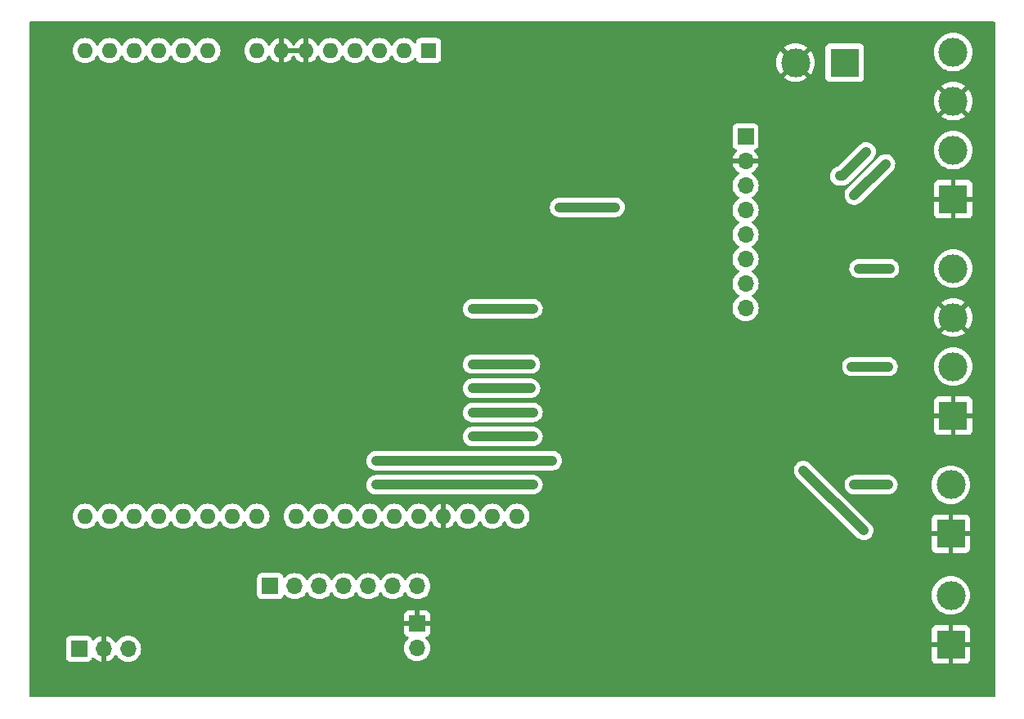
<source format=gbr>
%TF.GenerationSoftware,KiCad,Pcbnew,7.0.1*%
%TF.CreationDate,2024-04-24T16:11:52-07:00*%
%TF.ProjectId,Senior Design,53656e69-6f72-4204-9465-7369676e2e6b,rev?*%
%TF.SameCoordinates,Original*%
%TF.FileFunction,Copper,L2,Bot*%
%TF.FilePolarity,Positive*%
%FSLAX46Y46*%
G04 Gerber Fmt 4.6, Leading zero omitted, Abs format (unit mm)*
G04 Created by KiCad (PCBNEW 7.0.1) date 2024-04-24 16:11:52*
%MOMM*%
%LPD*%
G01*
G04 APERTURE LIST*
%TA.AperFunction,ComponentPad*%
%ADD10R,1.700000X1.700000*%
%TD*%
%TA.AperFunction,ComponentPad*%
%ADD11O,1.700000X1.700000*%
%TD*%
%TA.AperFunction,ComponentPad*%
%ADD12R,3.000000X3.000000*%
%TD*%
%TA.AperFunction,ComponentPad*%
%ADD13C,3.000000*%
%TD*%
%TA.AperFunction,ComponentPad*%
%ADD14R,1.600000X1.600000*%
%TD*%
%TA.AperFunction,ComponentPad*%
%ADD15O,1.600000X1.600000*%
%TD*%
%TA.AperFunction,ViaPad*%
%ADD16C,0.800000*%
%TD*%
%TA.AperFunction,Conductor*%
%ADD17C,1.000000*%
%TD*%
G04 APERTURE END LIST*
D10*
%TO.P,J9,1,Pin_1*%
%TO.N,unconnected-(J9-Pin_1-Pad1)*%
X159550000Y-82000000D03*
D11*
%TO.P,J9,2,Pin_2*%
%TO.N,Thro*%
X162090000Y-82000000D03*
%TO.P,J9,3,Pin_3*%
%TO.N,AILE*%
X164630000Y-82000000D03*
%TO.P,J9,4,Pin_4*%
%TO.N,ELEV*%
X167170000Y-82000000D03*
%TO.P,J9,5,Pin_5*%
%TO.N,RUDD*%
X169710000Y-82000000D03*
%TO.P,J9,6,Pin_6*%
%TO.N,unconnected-(J9-Pin_6-Pad6)*%
X172250000Y-82000000D03*
%TO.P,J9,7,Pin_7*%
%TO.N,unconnected-(J9-Pin_7-Pad7)*%
X174790000Y-82000000D03*
%TD*%
D10*
%TO.P,J4,1,Pin_1*%
%TO.N,Right Aux*%
X139750000Y-88500000D03*
D11*
%TO.P,J4,2,Pin_2*%
%TO.N,Dir -L*%
X142290000Y-88500000D03*
%TO.P,J4,3,Pin_3*%
%TO.N,WP Sig*%
X144830000Y-88500000D03*
%TD*%
D12*
%TO.P,J2,1,Pin_1*%
%TO.N,Dir -L*%
X230000000Y-88040000D03*
D13*
%TO.P,J2,2,Pin_2*%
%TO.N,ESC L*%
X230000000Y-82960000D03*
%TD*%
D12*
%TO.P,J5,1,Pin_1*%
%TO.N,Dir -L*%
X230250000Y-64330000D03*
D13*
%TO.P,J5,2,Pin_2*%
%TO.N,Pul +R*%
X230250000Y-59250000D03*
%TO.P,J5,3,Pin_3*%
%TO.N,Dir -L*%
X230250000Y-54170000D03*
%TO.P,J5,4,Pin_4*%
%TO.N,Dir +R*%
X230250000Y-49090000D03*
%TD*%
D12*
%TO.P,J7,1,Pin_1*%
%TO.N,Dir -L*%
X230000000Y-76580000D03*
D13*
%TO.P,J7,2,Pin_2*%
%TO.N,ESC R*%
X230000000Y-71500000D03*
%TD*%
D10*
%TO.P,J10,1,Pin_1*%
%TO.N,Dir -L*%
X174750000Y-85890000D03*
D11*
%TO.P,J10,2,Pin_2*%
%TO.N,Right Aux*%
X174750000Y-88430000D03*
%TD*%
D10*
%TO.P,J8,1,Pin_1*%
%TO.N,Right Aux*%
X208750000Y-35420000D03*
D11*
%TO.P,J8,2,Pin_2*%
%TO.N,Dir -L*%
X208750000Y-37960000D03*
%TO.P,J8,3,Pin_3*%
%TO.N,SCL*%
X208750000Y-40500000D03*
%TO.P,J8,4,Pin_4*%
%TO.N,SDA*%
X208750000Y-43040000D03*
%TO.P,J8,5,Pin_5*%
%TO.N,unconnected-(J8-Pin_5-Pad5)*%
X208750000Y-45580000D03*
%TO.P,J8,6,Pin_6*%
%TO.N,unconnected-(J8-Pin_6-Pad6)*%
X208750000Y-48120000D03*
%TO.P,J8,7,Pin_7*%
%TO.N,unconnected-(J8-Pin_7-Pad7)*%
X208750000Y-50660000D03*
%TO.P,J8,8,Pin_8*%
%TO.N,INT*%
X208750000Y-53200000D03*
%TD*%
D12*
%TO.P,J1,1,Pin_1*%
%TO.N,Right Aux*%
X219000000Y-27750000D03*
D13*
%TO.P,J1,2,Pin_2*%
%TO.N,Dir -L*%
X213920000Y-27750000D03*
%TD*%
D12*
%TO.P,J6,1,Pin_1*%
%TO.N,Dir -L*%
X230250000Y-41910000D03*
D13*
%TO.P,J6,2,Pin_2*%
%TO.N,Pul +L*%
X230250000Y-36830000D03*
%TO.P,J6,3,Pin_3*%
%TO.N,Dir -L*%
X230250000Y-31750000D03*
%TO.P,J6,4,Pin_4*%
%TO.N,Dir +L*%
X230250000Y-26670000D03*
%TD*%
D14*
%TO.P,A1,1,NC*%
%TO.N,unconnected-(A1-NC-Pad1)*%
X175950000Y-26500000D03*
D15*
%TO.P,A1,2,IOREF*%
%TO.N,unconnected-(A1-IOREF-Pad2)*%
X173410000Y-26500000D03*
%TO.P,A1,3,~{RESET}*%
%TO.N,unconnected-(A1-~{RESET}-Pad3)*%
X170870000Y-26500000D03*
%TO.P,A1,4,3V3*%
%TO.N,unconnected-(A1-3V3-Pad4)*%
X168330000Y-26500000D03*
%TO.P,A1,5,+5V*%
%TO.N,unconnected-(A1-+5V-Pad5)*%
X165790000Y-26500000D03*
%TO.P,A1,6,GND*%
%TO.N,Dir -L*%
X163250000Y-26500000D03*
%TO.P,A1,7,GND*%
X160710000Y-26500000D03*
%TO.P,A1,8,VIN*%
%TO.N,Right Aux*%
X158170000Y-26500000D03*
%TO.P,A1,9,A0*%
%TO.N,unconnected-(A1-A0-Pad9)*%
X153090000Y-26500000D03*
%TO.P,A1,10,A1*%
%TO.N,unconnected-(A1-A1-Pad10)*%
X150550000Y-26500000D03*
%TO.P,A1,11,A2*%
%TO.N,unconnected-(A1-A2-Pad11)*%
X148010000Y-26500000D03*
%TO.P,A1,12,A3*%
%TO.N,unconnected-(A1-A3-Pad12)*%
X145470000Y-26500000D03*
%TO.P,A1,13,SDA/A4*%
%TO.N,unconnected-(A1-SDA{slash}A4-Pad13)*%
X142930000Y-26500000D03*
%TO.P,A1,14,SCL/A5*%
%TO.N,unconnected-(A1-SCL{slash}A5-Pad14)*%
X140390000Y-26500000D03*
%TO.P,A1,15,D0/RX*%
%TO.N,unconnected-(A1-D0{slash}RX-Pad15)*%
X140390000Y-74760000D03*
%TO.P,A1,16,D1/TX*%
%TO.N,unconnected-(A1-D1{slash}TX-Pad16)*%
X142930000Y-74760000D03*
%TO.P,A1,17,D2*%
%TO.N,INT*%
X145470000Y-74760000D03*
%TO.P,A1,18,D3*%
%TO.N,Dir +L*%
X148010000Y-74760000D03*
%TO.P,A1,19,D4*%
%TO.N,Pul +L*%
X150550000Y-74760000D03*
%TO.P,A1,20,D5*%
%TO.N,ESC L*%
X153090000Y-74760000D03*
%TO.P,A1,21,D6*%
%TO.N,ESC R*%
X155630000Y-74760000D03*
%TO.P,A1,22,D7*%
%TO.N,WP Sig*%
X158170000Y-74760000D03*
%TO.P,A1,23,D8*%
%TO.N,Thro*%
X162230000Y-74760000D03*
%TO.P,A1,24,D9*%
%TO.N,AILE*%
X164770000Y-74760000D03*
%TO.P,A1,25,D10*%
%TO.N,ELEV*%
X167310000Y-74760000D03*
%TO.P,A1,26,D11*%
%TO.N,RUDD*%
X169850000Y-74760000D03*
%TO.P,A1,27,D12*%
%TO.N,Dir +R*%
X172390000Y-74760000D03*
%TO.P,A1,28,D13*%
%TO.N,Pul +R*%
X174930000Y-74760000D03*
%TO.P,A1,29,GND*%
%TO.N,Dir -L*%
X177470000Y-74760000D03*
%TO.P,A1,30,AREF*%
%TO.N,unconnected-(A1-AREF-Pad30)*%
X180010000Y-74760000D03*
%TO.P,A1,31,SDA/A4*%
%TO.N,SDA*%
X182550000Y-74760000D03*
%TO.P,A1,32,SCL/A5*%
%TO.N,SCL*%
X185090000Y-74760000D03*
%TD*%
D16*
%TO.N,Dir +R*%
X223660000Y-49090000D03*
X180500000Y-64000000D03*
X220500000Y-49090000D03*
X186750000Y-64000000D03*
%TO.N,Pul +R*%
X180500000Y-66500000D03*
X186750000Y-66500000D03*
X223500000Y-59250000D03*
X219750000Y-59250000D03*
%TO.N,INT*%
X180500000Y-53250000D03*
X186750000Y-53250000D03*
%TO.N,ESC L*%
X170500000Y-69000000D03*
X221000000Y-76250000D03*
X214750000Y-70000000D03*
X188750000Y-69000000D03*
%TO.N,ESC R*%
X186750000Y-71500000D03*
X223500000Y-71500000D03*
X220000000Y-71500000D03*
X170500000Y-71500000D03*
%TO.N,Dir +L*%
X221250000Y-37000000D03*
X180500000Y-59000000D03*
X218500000Y-39500000D03*
X186500000Y-59000000D03*
%TO.N,SDA*%
X195250000Y-42750000D03*
X189500000Y-42750000D03*
%TO.N,Pul +L*%
X220000000Y-41500000D03*
X186500000Y-61500000D03*
X180500000Y-61500000D03*
X223250000Y-38250000D03*
%TD*%
D17*
%TO.N,Dir +R*%
X220500000Y-49090000D02*
X223660000Y-49090000D01*
X180500000Y-64000000D02*
X186750000Y-64000000D01*
%TO.N,Pul +R*%
X219750000Y-59250000D02*
X223500000Y-59250000D01*
X186750000Y-66500000D02*
X180500000Y-66500000D01*
%TO.N,INT*%
X180500000Y-53250000D02*
X186750000Y-53250000D01*
%TO.N,ESC L*%
X186750000Y-69000000D02*
X188750000Y-69000000D01*
X186750000Y-69000000D02*
X170500000Y-69000000D01*
X221000000Y-76250000D02*
X214750000Y-70000000D01*
%TO.N,ESC R*%
X186750000Y-71500000D02*
X170500000Y-71500000D01*
X223500000Y-71500000D02*
X220000000Y-71500000D01*
%TO.N,Dir +L*%
X218500000Y-39500000D02*
X218750000Y-39500000D01*
X186500000Y-59000000D02*
X180500000Y-59000000D01*
X218750000Y-39500000D02*
X221250000Y-37000000D01*
%TO.N,SDA*%
X189500000Y-42750000D02*
X195250000Y-42750000D01*
%TO.N,Pul +L*%
X220000000Y-41500000D02*
X223250000Y-38250000D01*
X186500000Y-61500000D02*
X180500000Y-61500000D01*
%TD*%
%TA.AperFunction,Conductor*%
%TO.N,Dir -L*%
G36*
X234537500Y-23517113D02*
G01*
X234582887Y-23562500D01*
X234599500Y-23624500D01*
X234599500Y-93375500D01*
X234582887Y-93437500D01*
X234537500Y-93482887D01*
X234475500Y-93499500D01*
X134724500Y-93499500D01*
X134662500Y-93482887D01*
X134617113Y-93437500D01*
X134600500Y-93375500D01*
X134600500Y-89397869D01*
X138399500Y-89397869D01*
X138405909Y-89457484D01*
X138410016Y-89468495D01*
X138456204Y-89592331D01*
X138542454Y-89707546D01*
X138657669Y-89793796D01*
X138792517Y-89844091D01*
X138852127Y-89850500D01*
X140647872Y-89850499D01*
X140707483Y-89844091D01*
X140842331Y-89793796D01*
X140957546Y-89707546D01*
X141043796Y-89592331D01*
X141093003Y-89460398D01*
X141127981Y-89410021D01*
X141182826Y-89382568D01*
X141244119Y-89384757D01*
X141296865Y-89416053D01*
X141418918Y-89538106D01*
X141612423Y-89673600D01*
X141826507Y-89773430D01*
X142039999Y-89830635D01*
X142040000Y-89830636D01*
X142040000Y-89830635D01*
X142540000Y-89830635D01*
X142753492Y-89773430D01*
X142967576Y-89673600D01*
X143161081Y-89538106D01*
X143328109Y-89371078D01*
X143458119Y-89185405D01*
X143502437Y-89146539D01*
X143559694Y-89132528D01*
X143616951Y-89146539D01*
X143661267Y-89185402D01*
X143791505Y-89371401D01*
X143958599Y-89538495D01*
X144152170Y-89674035D01*
X144366337Y-89773903D01*
X144594592Y-89835063D01*
X144830000Y-89855659D01*
X145065408Y-89835063D01*
X145293663Y-89773903D01*
X145507830Y-89674035D01*
X145701401Y-89538495D01*
X145868495Y-89371401D01*
X146004035Y-89177830D01*
X146103903Y-88963663D01*
X146165063Y-88735408D01*
X146185659Y-88500000D01*
X146179535Y-88429999D01*
X173394340Y-88429999D01*
X173414936Y-88665407D01*
X173433693Y-88735407D01*
X173476097Y-88893663D01*
X173575965Y-89107830D01*
X173711505Y-89301401D01*
X173878599Y-89468495D01*
X174072170Y-89604035D01*
X174286337Y-89703903D01*
X174514591Y-89765062D01*
X174514592Y-89765063D01*
X174749999Y-89785659D01*
X174749999Y-89785658D01*
X174750000Y-89785659D01*
X174985408Y-89765063D01*
X175213663Y-89703903D01*
X175427830Y-89604035D01*
X175621401Y-89468495D01*
X175788495Y-89301401D01*
X175924035Y-89107830D01*
X176023903Y-88893663D01*
X176085063Y-88665408D01*
X176105659Y-88430000D01*
X176093410Y-88290000D01*
X228000000Y-88290000D01*
X228000000Y-89587824D01*
X228006402Y-89647375D01*
X228056647Y-89782089D01*
X228142811Y-89897188D01*
X228257910Y-89983352D01*
X228392624Y-90033597D01*
X228452176Y-90040000D01*
X229750000Y-90040000D01*
X229750000Y-88290000D01*
X230250000Y-88290000D01*
X230250000Y-90040000D01*
X231547824Y-90040000D01*
X231607375Y-90033597D01*
X231742089Y-89983352D01*
X231857188Y-89897188D01*
X231943352Y-89782089D01*
X231993597Y-89647375D01*
X232000000Y-89587824D01*
X232000000Y-88290000D01*
X230250000Y-88290000D01*
X229750000Y-88290000D01*
X228000000Y-88290000D01*
X176093410Y-88290000D01*
X176085063Y-88194592D01*
X176023903Y-87966337D01*
X175941675Y-87790000D01*
X228000000Y-87790000D01*
X229750000Y-87790000D01*
X229750000Y-86040000D01*
X230250000Y-86040000D01*
X230250000Y-87790000D01*
X232000000Y-87790000D01*
X232000000Y-86492176D01*
X231993597Y-86432624D01*
X231943352Y-86297910D01*
X231857188Y-86182811D01*
X231742089Y-86096647D01*
X231607375Y-86046402D01*
X231547824Y-86040000D01*
X230250000Y-86040000D01*
X229750000Y-86040000D01*
X228452176Y-86040000D01*
X228392624Y-86046402D01*
X228257910Y-86096647D01*
X228142811Y-86182811D01*
X228056647Y-86297910D01*
X228006402Y-86432624D01*
X228000000Y-86492176D01*
X228000000Y-87790000D01*
X175941675Y-87790000D01*
X175924035Y-87752171D01*
X175788495Y-87558599D01*
X175666181Y-87436284D01*
X175634885Y-87383539D01*
X175632696Y-87322246D01*
X175660149Y-87267401D01*
X175710528Y-87232422D01*
X175842089Y-87183352D01*
X175957188Y-87097188D01*
X176043352Y-86982089D01*
X176093597Y-86847375D01*
X176100000Y-86787824D01*
X176100000Y-86140000D01*
X173400000Y-86140000D01*
X173400000Y-86787824D01*
X173406402Y-86847375D01*
X173456647Y-86982089D01*
X173542811Y-87097188D01*
X173657911Y-87183352D01*
X173789471Y-87232422D01*
X173839850Y-87267401D01*
X173867303Y-87322246D01*
X173865114Y-87383539D01*
X173833819Y-87436285D01*
X173711503Y-87558601D01*
X173575965Y-87752170D01*
X173476097Y-87966336D01*
X173414936Y-88194592D01*
X173394340Y-88429999D01*
X146179535Y-88429999D01*
X146165063Y-88264592D01*
X146103903Y-88036337D01*
X146004035Y-87822171D01*
X145868495Y-87628599D01*
X145701401Y-87461505D01*
X145507830Y-87325965D01*
X145293663Y-87226097D01*
X145232502Y-87209709D01*
X145065407Y-87164936D01*
X144830000Y-87144340D01*
X144594592Y-87164936D01*
X144366336Y-87226097D01*
X144152170Y-87325965D01*
X143958598Y-87461505D01*
X143791508Y-87628595D01*
X143661269Y-87814596D01*
X143616951Y-87853461D01*
X143559694Y-87867472D01*
X143502437Y-87853461D01*
X143458119Y-87814595D01*
X143328109Y-87628921D01*
X143161081Y-87461893D01*
X142967576Y-87326399D01*
X142753492Y-87226569D01*
X142540000Y-87169364D01*
X142540000Y-89830635D01*
X142040000Y-89830635D01*
X142040000Y-87169364D01*
X142039999Y-87169364D01*
X141826507Y-87226569D01*
X141612421Y-87326400D01*
X141418924Y-87461888D01*
X141296865Y-87583947D01*
X141244118Y-87615242D01*
X141182825Y-87617431D01*
X141127981Y-87589978D01*
X141093002Y-87539598D01*
X141064018Y-87461888D01*
X141043796Y-87407669D01*
X140957546Y-87292454D01*
X140842331Y-87206204D01*
X140707483Y-87155909D01*
X140647873Y-87149500D01*
X140647869Y-87149500D01*
X138852130Y-87149500D01*
X138792515Y-87155909D01*
X138657669Y-87206204D01*
X138542454Y-87292454D01*
X138456204Y-87407668D01*
X138405909Y-87542516D01*
X138399500Y-87602130D01*
X138399500Y-89397869D01*
X134600500Y-89397869D01*
X134600500Y-85640000D01*
X173400000Y-85640000D01*
X174500000Y-85640000D01*
X174500000Y-84540000D01*
X175000000Y-84540000D01*
X175000000Y-85640000D01*
X176100000Y-85640000D01*
X176100000Y-84992176D01*
X176093597Y-84932624D01*
X176043352Y-84797910D01*
X175957188Y-84682811D01*
X175842089Y-84596647D01*
X175707375Y-84546402D01*
X175647824Y-84540000D01*
X175000000Y-84540000D01*
X174500000Y-84540000D01*
X173852176Y-84540000D01*
X173792624Y-84546402D01*
X173657910Y-84596647D01*
X173542811Y-84682811D01*
X173456647Y-84797910D01*
X173406402Y-84932624D01*
X173400000Y-84992176D01*
X173400000Y-85640000D01*
X134600500Y-85640000D01*
X134600500Y-82897869D01*
X158199500Y-82897869D01*
X158205909Y-82957484D01*
X158231056Y-83024906D01*
X158256204Y-83092331D01*
X158342454Y-83207546D01*
X158457669Y-83293796D01*
X158592517Y-83344091D01*
X158652127Y-83350500D01*
X160447872Y-83350499D01*
X160507483Y-83344091D01*
X160642331Y-83293796D01*
X160757546Y-83207546D01*
X160843796Y-83092331D01*
X160892810Y-82960916D01*
X160927789Y-82910537D01*
X160982634Y-82883084D01*
X161043927Y-82885273D01*
X161096673Y-82916569D01*
X161218599Y-83038495D01*
X161412170Y-83174035D01*
X161626337Y-83273903D01*
X161854592Y-83335063D01*
X162090000Y-83355659D01*
X162325408Y-83335063D01*
X162553663Y-83273903D01*
X162767830Y-83174035D01*
X162961401Y-83038495D01*
X163128495Y-82871401D01*
X163258426Y-82685839D01*
X163302743Y-82646975D01*
X163360000Y-82632964D01*
X163417257Y-82646975D01*
X163461573Y-82685839D01*
X163591505Y-82871401D01*
X163758599Y-83038495D01*
X163952170Y-83174035D01*
X164166337Y-83273903D01*
X164394592Y-83335063D01*
X164630000Y-83355659D01*
X164865408Y-83335063D01*
X165093663Y-83273903D01*
X165307830Y-83174035D01*
X165501401Y-83038495D01*
X165668495Y-82871401D01*
X165798426Y-82685839D01*
X165842743Y-82646975D01*
X165900000Y-82632964D01*
X165957257Y-82646975D01*
X166001573Y-82685839D01*
X166131505Y-82871401D01*
X166298599Y-83038495D01*
X166492170Y-83174035D01*
X166706337Y-83273903D01*
X166934592Y-83335063D01*
X167170000Y-83355659D01*
X167405408Y-83335063D01*
X167633663Y-83273903D01*
X167847830Y-83174035D01*
X168041401Y-83038495D01*
X168208495Y-82871401D01*
X168338426Y-82685839D01*
X168382743Y-82646975D01*
X168440000Y-82632964D01*
X168497257Y-82646975D01*
X168541573Y-82685839D01*
X168671505Y-82871401D01*
X168838599Y-83038495D01*
X169032170Y-83174035D01*
X169246337Y-83273903D01*
X169474592Y-83335063D01*
X169710000Y-83355659D01*
X169945408Y-83335063D01*
X170173663Y-83273903D01*
X170387830Y-83174035D01*
X170581401Y-83038495D01*
X170748495Y-82871401D01*
X170878426Y-82685839D01*
X170922743Y-82646975D01*
X170980000Y-82632964D01*
X171037257Y-82646975D01*
X171081573Y-82685839D01*
X171211505Y-82871401D01*
X171378599Y-83038495D01*
X171572170Y-83174035D01*
X171786337Y-83273903D01*
X172014592Y-83335063D01*
X172250000Y-83355659D01*
X172485408Y-83335063D01*
X172713663Y-83273903D01*
X172927830Y-83174035D01*
X173121401Y-83038495D01*
X173288495Y-82871401D01*
X173418426Y-82685839D01*
X173462743Y-82646975D01*
X173520000Y-82632964D01*
X173577257Y-82646975D01*
X173621573Y-82685839D01*
X173751505Y-82871401D01*
X173918599Y-83038495D01*
X174112170Y-83174035D01*
X174326337Y-83273903D01*
X174554592Y-83335063D01*
X174790000Y-83355659D01*
X175025408Y-83335063D01*
X175253663Y-83273903D01*
X175467830Y-83174035D01*
X175661401Y-83038495D01*
X175739896Y-82960000D01*
X227994389Y-82960000D01*
X228014804Y-83245429D01*
X228075629Y-83525041D01*
X228175634Y-83793163D01*
X228312772Y-84044313D01*
X228398517Y-84158855D01*
X228484261Y-84273395D01*
X228686605Y-84475739D01*
X228772448Y-84540000D01*
X228915686Y-84647227D01*
X229055435Y-84723535D01*
X229166839Y-84784367D01*
X229434954Y-84884369D01*
X229434957Y-84884369D01*
X229434958Y-84884370D01*
X229487217Y-84895738D01*
X229714572Y-84945196D01*
X230000000Y-84965610D01*
X230285428Y-84945196D01*
X230565046Y-84884369D01*
X230833161Y-84784367D01*
X231084315Y-84647226D01*
X231313395Y-84475739D01*
X231515739Y-84273395D01*
X231687226Y-84044315D01*
X231824367Y-83793161D01*
X231924369Y-83525046D01*
X231985196Y-83245428D01*
X232005610Y-82960000D01*
X231985196Y-82674572D01*
X231924369Y-82394954D01*
X231824367Y-82126839D01*
X231687226Y-81875685D01*
X231515739Y-81646605D01*
X231313395Y-81444261D01*
X231150302Y-81322171D01*
X231084313Y-81272772D01*
X230833163Y-81135634D01*
X230833162Y-81135633D01*
X230833161Y-81135633D01*
X230583508Y-81042517D01*
X230565041Y-81035629D01*
X230285429Y-80974804D01*
X230000000Y-80954389D01*
X229714570Y-80974804D01*
X229434958Y-81035629D01*
X229166836Y-81135634D01*
X228915686Y-81272772D01*
X228686602Y-81444263D01*
X228484263Y-81646602D01*
X228312772Y-81875686D01*
X228175634Y-82126836D01*
X228075629Y-82394958D01*
X228014804Y-82674570D01*
X227994389Y-82960000D01*
X175739896Y-82960000D01*
X175828495Y-82871401D01*
X175964035Y-82677830D01*
X176063903Y-82463663D01*
X176125063Y-82235408D01*
X176145659Y-82000000D01*
X176125063Y-81764592D01*
X176063903Y-81536337D01*
X175964035Y-81322171D01*
X175828495Y-81128599D01*
X175661401Y-80961505D01*
X175467830Y-80825965D01*
X175253663Y-80726097D01*
X175192502Y-80709709D01*
X175025407Y-80664936D01*
X174790000Y-80644340D01*
X174554592Y-80664936D01*
X174326336Y-80726097D01*
X174112170Y-80825965D01*
X173918598Y-80961505D01*
X173751505Y-81128598D01*
X173621575Y-81314159D01*
X173577257Y-81353025D01*
X173520000Y-81367036D01*
X173462743Y-81353025D01*
X173418425Y-81314159D01*
X173288494Y-81128598D01*
X173121404Y-80961508D01*
X173121401Y-80961505D01*
X172927830Y-80825965D01*
X172713663Y-80726097D01*
X172652502Y-80709709D01*
X172485407Y-80664936D01*
X172250000Y-80644340D01*
X172014592Y-80664936D01*
X171786336Y-80726097D01*
X171572170Y-80825965D01*
X171378598Y-80961505D01*
X171211505Y-81128598D01*
X171081575Y-81314159D01*
X171037257Y-81353025D01*
X170980000Y-81367036D01*
X170922743Y-81353025D01*
X170878425Y-81314159D01*
X170748494Y-81128598D01*
X170581404Y-80961508D01*
X170581401Y-80961505D01*
X170387830Y-80825965D01*
X170173663Y-80726097D01*
X170112502Y-80709709D01*
X169945407Y-80664936D01*
X169710000Y-80644340D01*
X169474592Y-80664936D01*
X169246336Y-80726097D01*
X169032170Y-80825965D01*
X168838598Y-80961505D01*
X168671505Y-81128598D01*
X168541575Y-81314159D01*
X168497257Y-81353025D01*
X168440000Y-81367036D01*
X168382743Y-81353025D01*
X168338425Y-81314159D01*
X168208494Y-81128598D01*
X168041404Y-80961508D01*
X168041401Y-80961505D01*
X167847830Y-80825965D01*
X167633663Y-80726097D01*
X167572502Y-80709709D01*
X167405407Y-80664936D01*
X167170000Y-80644340D01*
X166934592Y-80664936D01*
X166706336Y-80726097D01*
X166492170Y-80825965D01*
X166298598Y-80961505D01*
X166131505Y-81128598D01*
X166001575Y-81314159D01*
X165957257Y-81353025D01*
X165900000Y-81367036D01*
X165842743Y-81353025D01*
X165798425Y-81314159D01*
X165668494Y-81128598D01*
X165501404Y-80961508D01*
X165501401Y-80961505D01*
X165307830Y-80825965D01*
X165093663Y-80726097D01*
X165032502Y-80709709D01*
X164865407Y-80664936D01*
X164630000Y-80644340D01*
X164394592Y-80664936D01*
X164166336Y-80726097D01*
X163952170Y-80825965D01*
X163758598Y-80961505D01*
X163591505Y-81128598D01*
X163461575Y-81314159D01*
X163417257Y-81353025D01*
X163360000Y-81367036D01*
X163302743Y-81353025D01*
X163258425Y-81314159D01*
X163128494Y-81128598D01*
X162961404Y-80961508D01*
X162961401Y-80961505D01*
X162767830Y-80825965D01*
X162553663Y-80726097D01*
X162492502Y-80709709D01*
X162325407Y-80664936D01*
X162090000Y-80644340D01*
X161854592Y-80664936D01*
X161626336Y-80726097D01*
X161412170Y-80825965D01*
X161218601Y-80961503D01*
X161096673Y-81083431D01*
X161043926Y-81114726D01*
X160982634Y-81116915D01*
X160927789Y-81089462D01*
X160892810Y-81039082D01*
X160885658Y-81019907D01*
X160843796Y-80907669D01*
X160757546Y-80792454D01*
X160642331Y-80706204D01*
X160507483Y-80655909D01*
X160447873Y-80649500D01*
X160447869Y-80649500D01*
X158652130Y-80649500D01*
X158592515Y-80655909D01*
X158457669Y-80706204D01*
X158342454Y-80792454D01*
X158256204Y-80907668D01*
X158205909Y-81042516D01*
X158199500Y-81102130D01*
X158199500Y-82897869D01*
X134600500Y-82897869D01*
X134600500Y-74760000D01*
X139084531Y-74760000D01*
X139104364Y-74986689D01*
X139163261Y-75206497D01*
X139259432Y-75412735D01*
X139389953Y-75599140D01*
X139550859Y-75760046D01*
X139737264Y-75890567D01*
X139737265Y-75890567D01*
X139737266Y-75890568D01*
X139943504Y-75986739D01*
X140163308Y-76045635D01*
X140314436Y-76058857D01*
X140389999Y-76065468D01*
X140389999Y-76065467D01*
X140390000Y-76065468D01*
X140616692Y-76045635D01*
X140836496Y-75986739D01*
X141042734Y-75890568D01*
X141229139Y-75760047D01*
X141390047Y-75599139D01*
X141520568Y-75412734D01*
X141547618Y-75354724D01*
X141593375Y-75302549D01*
X141660000Y-75283129D01*
X141726625Y-75302549D01*
X141772382Y-75354725D01*
X141799431Y-75412733D01*
X141929953Y-75599140D01*
X142090859Y-75760046D01*
X142277264Y-75890567D01*
X142277265Y-75890567D01*
X142277266Y-75890568D01*
X142483504Y-75986739D01*
X142703308Y-76045635D01*
X142854436Y-76058857D01*
X142929999Y-76065468D01*
X142929999Y-76065467D01*
X142930000Y-76065468D01*
X143156692Y-76045635D01*
X143376496Y-75986739D01*
X143582734Y-75890568D01*
X143769139Y-75760047D01*
X143930047Y-75599139D01*
X144060568Y-75412734D01*
X144087618Y-75354724D01*
X144133375Y-75302549D01*
X144200000Y-75283129D01*
X144266625Y-75302549D01*
X144312382Y-75354725D01*
X144339431Y-75412733D01*
X144469953Y-75599140D01*
X144630859Y-75760046D01*
X144817264Y-75890567D01*
X144817265Y-75890567D01*
X144817266Y-75890568D01*
X145023504Y-75986739D01*
X145243308Y-76045635D01*
X145394436Y-76058857D01*
X145469999Y-76065468D01*
X145469999Y-76065467D01*
X145470000Y-76065468D01*
X145696692Y-76045635D01*
X145916496Y-75986739D01*
X146122734Y-75890568D01*
X146309139Y-75760047D01*
X146470047Y-75599139D01*
X146600568Y-75412734D01*
X146627618Y-75354724D01*
X146673375Y-75302549D01*
X146740000Y-75283129D01*
X146806625Y-75302549D01*
X146852382Y-75354725D01*
X146879431Y-75412733D01*
X147009953Y-75599140D01*
X147170859Y-75760046D01*
X147357264Y-75890567D01*
X147357265Y-75890567D01*
X147357266Y-75890568D01*
X147563504Y-75986739D01*
X147783308Y-76045635D01*
X147934436Y-76058857D01*
X148009999Y-76065468D01*
X148009999Y-76065467D01*
X148010000Y-76065468D01*
X148236692Y-76045635D01*
X148456496Y-75986739D01*
X148662734Y-75890568D01*
X148849139Y-75760047D01*
X149010047Y-75599139D01*
X149140568Y-75412734D01*
X149167618Y-75354724D01*
X149213375Y-75302549D01*
X149280000Y-75283129D01*
X149346625Y-75302549D01*
X149392382Y-75354725D01*
X149419431Y-75412733D01*
X149549953Y-75599140D01*
X149710859Y-75760046D01*
X149897264Y-75890567D01*
X149897265Y-75890567D01*
X149897266Y-75890568D01*
X150103504Y-75986739D01*
X150323308Y-76045635D01*
X150474436Y-76058857D01*
X150549999Y-76065468D01*
X150549999Y-76065467D01*
X150550000Y-76065468D01*
X150776692Y-76045635D01*
X150996496Y-75986739D01*
X151202734Y-75890568D01*
X151389139Y-75760047D01*
X151550047Y-75599139D01*
X151680568Y-75412734D01*
X151707618Y-75354724D01*
X151753375Y-75302549D01*
X151820000Y-75283129D01*
X151886625Y-75302549D01*
X151932382Y-75354725D01*
X151959431Y-75412733D01*
X152089953Y-75599140D01*
X152250859Y-75760046D01*
X152437264Y-75890567D01*
X152437265Y-75890567D01*
X152437266Y-75890568D01*
X152643504Y-75986739D01*
X152863308Y-76045635D01*
X153014436Y-76058857D01*
X153089999Y-76065468D01*
X153089999Y-76065467D01*
X153090000Y-76065468D01*
X153316692Y-76045635D01*
X153536496Y-75986739D01*
X153742734Y-75890568D01*
X153929139Y-75760047D01*
X154090047Y-75599139D01*
X154220568Y-75412734D01*
X154247618Y-75354724D01*
X154293375Y-75302549D01*
X154360000Y-75283129D01*
X154426625Y-75302549D01*
X154472382Y-75354725D01*
X154499431Y-75412733D01*
X154629953Y-75599140D01*
X154790859Y-75760046D01*
X154977264Y-75890567D01*
X154977265Y-75890567D01*
X154977266Y-75890568D01*
X155183504Y-75986739D01*
X155403308Y-76045635D01*
X155554436Y-76058857D01*
X155629999Y-76065468D01*
X155629999Y-76065467D01*
X155630000Y-76065468D01*
X155856692Y-76045635D01*
X156076496Y-75986739D01*
X156282734Y-75890568D01*
X156469139Y-75760047D01*
X156630047Y-75599139D01*
X156760568Y-75412734D01*
X156787618Y-75354724D01*
X156833375Y-75302549D01*
X156900000Y-75283129D01*
X156966625Y-75302549D01*
X157012382Y-75354725D01*
X157039431Y-75412733D01*
X157169953Y-75599140D01*
X157330859Y-75760046D01*
X157517264Y-75890567D01*
X157517265Y-75890567D01*
X157517266Y-75890568D01*
X157723504Y-75986739D01*
X157943308Y-76045635D01*
X158094436Y-76058857D01*
X158169999Y-76065468D01*
X158169999Y-76065467D01*
X158170000Y-76065468D01*
X158396692Y-76045635D01*
X158616496Y-75986739D01*
X158822734Y-75890568D01*
X159009139Y-75760047D01*
X159170047Y-75599139D01*
X159300568Y-75412734D01*
X159396739Y-75206496D01*
X159455635Y-74986692D01*
X159475468Y-74760000D01*
X160924531Y-74760000D01*
X160944364Y-74986689D01*
X161003261Y-75206497D01*
X161099432Y-75412735D01*
X161229953Y-75599140D01*
X161390859Y-75760046D01*
X161577264Y-75890567D01*
X161577265Y-75890567D01*
X161577266Y-75890568D01*
X161783504Y-75986739D01*
X162003308Y-76045635D01*
X162154436Y-76058857D01*
X162229999Y-76065468D01*
X162229999Y-76065467D01*
X162230000Y-76065468D01*
X162456692Y-76045635D01*
X162676496Y-75986739D01*
X162882734Y-75890568D01*
X163069139Y-75760047D01*
X163230047Y-75599139D01*
X163360568Y-75412734D01*
X163387618Y-75354724D01*
X163433375Y-75302549D01*
X163500000Y-75283129D01*
X163566625Y-75302549D01*
X163612382Y-75354725D01*
X163639431Y-75412733D01*
X163769953Y-75599140D01*
X163930859Y-75760046D01*
X164117264Y-75890567D01*
X164117265Y-75890567D01*
X164117266Y-75890568D01*
X164323504Y-75986739D01*
X164543308Y-76045635D01*
X164694436Y-76058857D01*
X164769999Y-76065468D01*
X164769999Y-76065467D01*
X164770000Y-76065468D01*
X164996692Y-76045635D01*
X165216496Y-75986739D01*
X165422734Y-75890568D01*
X165609139Y-75760047D01*
X165770047Y-75599139D01*
X165900568Y-75412734D01*
X165927618Y-75354724D01*
X165973375Y-75302549D01*
X166040000Y-75283129D01*
X166106625Y-75302549D01*
X166152382Y-75354725D01*
X166179431Y-75412733D01*
X166309953Y-75599140D01*
X166470859Y-75760046D01*
X166657264Y-75890567D01*
X166657265Y-75890567D01*
X166657266Y-75890568D01*
X166863504Y-75986739D01*
X167083308Y-76045635D01*
X167234436Y-76058857D01*
X167309999Y-76065468D01*
X167309999Y-76065467D01*
X167310000Y-76065468D01*
X167536692Y-76045635D01*
X167756496Y-75986739D01*
X167962734Y-75890568D01*
X168149139Y-75760047D01*
X168310047Y-75599139D01*
X168440568Y-75412734D01*
X168467618Y-75354724D01*
X168513375Y-75302549D01*
X168580000Y-75283129D01*
X168646625Y-75302549D01*
X168692382Y-75354725D01*
X168719431Y-75412733D01*
X168849953Y-75599140D01*
X169010859Y-75760046D01*
X169197264Y-75890567D01*
X169197265Y-75890567D01*
X169197266Y-75890568D01*
X169403504Y-75986739D01*
X169623308Y-76045635D01*
X169774436Y-76058857D01*
X169849999Y-76065468D01*
X169849999Y-76065467D01*
X169850000Y-76065468D01*
X170076692Y-76045635D01*
X170296496Y-75986739D01*
X170502734Y-75890568D01*
X170689139Y-75760047D01*
X170850047Y-75599139D01*
X170980568Y-75412734D01*
X171007618Y-75354724D01*
X171053375Y-75302549D01*
X171120000Y-75283129D01*
X171186625Y-75302549D01*
X171232382Y-75354725D01*
X171259431Y-75412733D01*
X171389953Y-75599140D01*
X171550859Y-75760046D01*
X171737264Y-75890567D01*
X171737265Y-75890567D01*
X171737266Y-75890568D01*
X171943504Y-75986739D01*
X172163308Y-76045635D01*
X172314436Y-76058857D01*
X172389999Y-76065468D01*
X172389999Y-76065467D01*
X172390000Y-76065468D01*
X172616692Y-76045635D01*
X172836496Y-75986739D01*
X173042734Y-75890568D01*
X173229139Y-75760047D01*
X173390047Y-75599139D01*
X173520568Y-75412734D01*
X173547618Y-75354724D01*
X173593375Y-75302549D01*
X173660000Y-75283129D01*
X173726625Y-75302549D01*
X173772382Y-75354725D01*
X173799431Y-75412733D01*
X173929953Y-75599140D01*
X174090859Y-75760046D01*
X174277264Y-75890567D01*
X174277265Y-75890567D01*
X174277266Y-75890568D01*
X174483504Y-75986739D01*
X174703308Y-76045635D01*
X174854436Y-76058857D01*
X174929999Y-76065468D01*
X174929999Y-76065467D01*
X174930000Y-76065468D01*
X175156692Y-76045635D01*
X175376496Y-75986739D01*
X175582734Y-75890568D01*
X175769139Y-75760047D01*
X175930047Y-75599139D01*
X176060568Y-75412734D01*
X176087893Y-75354134D01*
X176133649Y-75301959D01*
X176200274Y-75282539D01*
X176266899Y-75301958D01*
X176312657Y-75354133D01*
X176339866Y-75412482D01*
X176470341Y-75598819D01*
X176631180Y-75759658D01*
X176817519Y-75890134D01*
X177023673Y-75986266D01*
X177219999Y-76038871D01*
X177220000Y-76038872D01*
X177220000Y-76038871D01*
X177720000Y-76038871D01*
X177916326Y-75986266D01*
X178122480Y-75890134D01*
X178308819Y-75759658D01*
X178469658Y-75598819D01*
X178600135Y-75412479D01*
X178627342Y-75354135D01*
X178673098Y-75301959D01*
X178739723Y-75282539D01*
X178806348Y-75301958D01*
X178852105Y-75354132D01*
X178879432Y-75412733D01*
X178879433Y-75412736D01*
X179009953Y-75599140D01*
X179170859Y-75760046D01*
X179357264Y-75890567D01*
X179357265Y-75890567D01*
X179357266Y-75890568D01*
X179563504Y-75986739D01*
X179783308Y-76045635D01*
X179934436Y-76058857D01*
X180009999Y-76065468D01*
X180009999Y-76065467D01*
X180010000Y-76065468D01*
X180236692Y-76045635D01*
X180456496Y-75986739D01*
X180662734Y-75890568D01*
X180849139Y-75760047D01*
X181010047Y-75599139D01*
X181140568Y-75412734D01*
X181167618Y-75354724D01*
X181213375Y-75302549D01*
X181280000Y-75283129D01*
X181346625Y-75302549D01*
X181392382Y-75354725D01*
X181419431Y-75412733D01*
X181549953Y-75599140D01*
X181710859Y-75760046D01*
X181897264Y-75890567D01*
X181897265Y-75890567D01*
X181897266Y-75890568D01*
X182103504Y-75986739D01*
X182323308Y-76045635D01*
X182474436Y-76058857D01*
X182549999Y-76065468D01*
X182549999Y-76065467D01*
X182550000Y-76065468D01*
X182776692Y-76045635D01*
X182996496Y-75986739D01*
X183202734Y-75890568D01*
X183389139Y-75760047D01*
X183550047Y-75599139D01*
X183680568Y-75412734D01*
X183707618Y-75354724D01*
X183753375Y-75302549D01*
X183820000Y-75283129D01*
X183886625Y-75302549D01*
X183932382Y-75354725D01*
X183959431Y-75412733D01*
X184089953Y-75599140D01*
X184250859Y-75760046D01*
X184437264Y-75890567D01*
X184437265Y-75890567D01*
X184437266Y-75890568D01*
X184643504Y-75986739D01*
X184863308Y-76045635D01*
X185014436Y-76058857D01*
X185089999Y-76065468D01*
X185089999Y-76065467D01*
X185090000Y-76065468D01*
X185316692Y-76045635D01*
X185536496Y-75986739D01*
X185742734Y-75890568D01*
X185929139Y-75760047D01*
X186090047Y-75599139D01*
X186220568Y-75412734D01*
X186316739Y-75206496D01*
X186375635Y-74986692D01*
X186395468Y-74760000D01*
X186375635Y-74533308D01*
X186316739Y-74313504D01*
X186220568Y-74107266D01*
X186090270Y-73921180D01*
X186090046Y-73920859D01*
X185929140Y-73759953D01*
X185742735Y-73629432D01*
X185536497Y-73533261D01*
X185316689Y-73474364D01*
X185090000Y-73454531D01*
X184863310Y-73474364D01*
X184643502Y-73533261D01*
X184437264Y-73629432D01*
X184250859Y-73759953D01*
X184089953Y-73920859D01*
X183959433Y-74107263D01*
X183932382Y-74165275D01*
X183886625Y-74217450D01*
X183820000Y-74236869D01*
X183753375Y-74217450D01*
X183707618Y-74165275D01*
X183680687Y-74107522D01*
X183680568Y-74107266D01*
X183680566Y-74107263D01*
X183550046Y-73920859D01*
X183389140Y-73759953D01*
X183202735Y-73629432D01*
X182996497Y-73533261D01*
X182776689Y-73474364D01*
X182550000Y-73454531D01*
X182323310Y-73474364D01*
X182103502Y-73533261D01*
X181897264Y-73629432D01*
X181710859Y-73759953D01*
X181549953Y-73920859D01*
X181419433Y-74107263D01*
X181392382Y-74165275D01*
X181346625Y-74217450D01*
X181280000Y-74236869D01*
X181213375Y-74217450D01*
X181167618Y-74165275D01*
X181140687Y-74107522D01*
X181140568Y-74107266D01*
X181140566Y-74107263D01*
X181010046Y-73920859D01*
X180849140Y-73759953D01*
X180662735Y-73629432D01*
X180456497Y-73533261D01*
X180236689Y-73474364D01*
X180010000Y-73454531D01*
X179783310Y-73474364D01*
X179563502Y-73533261D01*
X179357264Y-73629432D01*
X179170859Y-73759953D01*
X179009953Y-73920859D01*
X178879430Y-74107267D01*
X178852105Y-74165866D01*
X178806348Y-74218041D01*
X178739723Y-74237460D01*
X178673099Y-74218040D01*
X178627342Y-74165865D01*
X178600134Y-74107519D01*
X178469658Y-73921180D01*
X178308819Y-73760341D01*
X178122480Y-73629865D01*
X177916326Y-73533733D01*
X177720000Y-73481128D01*
X177720000Y-76038871D01*
X177220000Y-76038871D01*
X177220000Y-73481128D01*
X177219999Y-73481128D01*
X177023673Y-73533733D01*
X176817519Y-73629865D01*
X176631180Y-73760341D01*
X176470341Y-73921180D01*
X176339863Y-74107522D01*
X176312656Y-74165866D01*
X176266899Y-74218041D01*
X176200274Y-74237460D01*
X176133650Y-74218040D01*
X176087893Y-74165865D01*
X176060567Y-74107264D01*
X175930046Y-73920859D01*
X175769140Y-73759953D01*
X175582735Y-73629432D01*
X175376497Y-73533261D01*
X175156689Y-73474364D01*
X174930000Y-73454531D01*
X174703310Y-73474364D01*
X174483502Y-73533261D01*
X174277264Y-73629432D01*
X174090859Y-73759953D01*
X173929953Y-73920859D01*
X173799433Y-74107263D01*
X173772382Y-74165275D01*
X173726625Y-74217450D01*
X173660000Y-74236869D01*
X173593375Y-74217450D01*
X173547618Y-74165275D01*
X173520687Y-74107522D01*
X173520568Y-74107266D01*
X173520566Y-74107263D01*
X173390046Y-73920859D01*
X173229140Y-73759953D01*
X173042735Y-73629432D01*
X172836497Y-73533261D01*
X172616689Y-73474364D01*
X172390000Y-73454531D01*
X172163310Y-73474364D01*
X171943502Y-73533261D01*
X171737264Y-73629432D01*
X171550859Y-73759953D01*
X171389953Y-73920859D01*
X171259433Y-74107263D01*
X171232382Y-74165275D01*
X171186625Y-74217450D01*
X171120000Y-74236869D01*
X171053375Y-74217450D01*
X171007618Y-74165275D01*
X170980687Y-74107522D01*
X170980568Y-74107266D01*
X170980566Y-74107263D01*
X170850046Y-73920859D01*
X170689140Y-73759953D01*
X170502735Y-73629432D01*
X170296497Y-73533261D01*
X170076689Y-73474364D01*
X169850000Y-73454531D01*
X169623310Y-73474364D01*
X169403502Y-73533261D01*
X169197264Y-73629432D01*
X169010859Y-73759953D01*
X168849953Y-73920859D01*
X168719433Y-74107263D01*
X168692382Y-74165275D01*
X168646625Y-74217450D01*
X168580000Y-74236869D01*
X168513375Y-74217450D01*
X168467618Y-74165275D01*
X168440687Y-74107522D01*
X168440568Y-74107266D01*
X168440566Y-74107263D01*
X168310046Y-73920859D01*
X168149140Y-73759953D01*
X167962735Y-73629432D01*
X167756497Y-73533261D01*
X167536689Y-73474364D01*
X167310000Y-73454531D01*
X167083310Y-73474364D01*
X166863502Y-73533261D01*
X166657264Y-73629432D01*
X166470859Y-73759953D01*
X166309953Y-73920859D01*
X166179433Y-74107263D01*
X166152382Y-74165275D01*
X166106625Y-74217450D01*
X166040000Y-74236869D01*
X165973375Y-74217450D01*
X165927618Y-74165275D01*
X165900687Y-74107522D01*
X165900568Y-74107266D01*
X165900566Y-74107263D01*
X165770046Y-73920859D01*
X165609140Y-73759953D01*
X165422735Y-73629432D01*
X165216497Y-73533261D01*
X164996689Y-73474364D01*
X164770000Y-73454531D01*
X164543310Y-73474364D01*
X164323502Y-73533261D01*
X164117264Y-73629432D01*
X163930859Y-73759953D01*
X163769953Y-73920859D01*
X163639433Y-74107263D01*
X163612382Y-74165275D01*
X163566625Y-74217450D01*
X163500000Y-74236869D01*
X163433375Y-74217450D01*
X163387618Y-74165275D01*
X163360687Y-74107522D01*
X163360568Y-74107266D01*
X163360566Y-74107263D01*
X163230046Y-73920859D01*
X163069140Y-73759953D01*
X162882735Y-73629432D01*
X162676497Y-73533261D01*
X162456689Y-73474364D01*
X162230000Y-73454531D01*
X162003310Y-73474364D01*
X161783502Y-73533261D01*
X161577264Y-73629432D01*
X161390859Y-73759953D01*
X161229953Y-73920859D01*
X161099432Y-74107264D01*
X161003261Y-74313502D01*
X160944364Y-74533310D01*
X160924531Y-74760000D01*
X159475468Y-74760000D01*
X159455635Y-74533308D01*
X159396739Y-74313504D01*
X159300568Y-74107266D01*
X159170270Y-73921180D01*
X159170046Y-73920859D01*
X159009140Y-73759953D01*
X158822735Y-73629432D01*
X158616497Y-73533261D01*
X158396689Y-73474364D01*
X158170000Y-73454531D01*
X157943310Y-73474364D01*
X157723502Y-73533261D01*
X157517264Y-73629432D01*
X157330859Y-73759953D01*
X157169953Y-73920859D01*
X157039433Y-74107263D01*
X157012382Y-74165275D01*
X156966625Y-74217450D01*
X156900000Y-74236869D01*
X156833375Y-74217450D01*
X156787618Y-74165275D01*
X156760687Y-74107522D01*
X156760568Y-74107266D01*
X156760566Y-74107263D01*
X156630046Y-73920859D01*
X156469140Y-73759953D01*
X156282735Y-73629432D01*
X156076497Y-73533261D01*
X155856689Y-73474364D01*
X155630000Y-73454531D01*
X155403310Y-73474364D01*
X155183502Y-73533261D01*
X154977264Y-73629432D01*
X154790859Y-73759953D01*
X154629953Y-73920859D01*
X154499433Y-74107263D01*
X154472382Y-74165275D01*
X154426625Y-74217450D01*
X154360000Y-74236869D01*
X154293375Y-74217450D01*
X154247618Y-74165275D01*
X154220687Y-74107522D01*
X154220568Y-74107266D01*
X154220566Y-74107263D01*
X154090046Y-73920859D01*
X153929140Y-73759953D01*
X153742735Y-73629432D01*
X153536497Y-73533261D01*
X153316689Y-73474364D01*
X153090000Y-73454531D01*
X152863310Y-73474364D01*
X152643502Y-73533261D01*
X152437264Y-73629432D01*
X152250859Y-73759953D01*
X152089953Y-73920859D01*
X151959433Y-74107263D01*
X151932382Y-74165275D01*
X151886625Y-74217450D01*
X151820000Y-74236869D01*
X151753375Y-74217450D01*
X151707618Y-74165275D01*
X151680687Y-74107522D01*
X151680568Y-74107266D01*
X151680566Y-74107263D01*
X151550046Y-73920859D01*
X151389140Y-73759953D01*
X151202735Y-73629432D01*
X150996497Y-73533261D01*
X150776689Y-73474364D01*
X150550000Y-73454531D01*
X150323310Y-73474364D01*
X150103502Y-73533261D01*
X149897264Y-73629432D01*
X149710859Y-73759953D01*
X149549953Y-73920859D01*
X149419433Y-74107263D01*
X149392382Y-74165275D01*
X149346625Y-74217450D01*
X149280000Y-74236869D01*
X149213375Y-74217450D01*
X149167618Y-74165275D01*
X149140687Y-74107522D01*
X149140568Y-74107266D01*
X149140566Y-74107263D01*
X149010046Y-73920859D01*
X148849140Y-73759953D01*
X148662735Y-73629432D01*
X148456497Y-73533261D01*
X148236689Y-73474364D01*
X148010000Y-73454531D01*
X147783310Y-73474364D01*
X147563502Y-73533261D01*
X147357264Y-73629432D01*
X147170859Y-73759953D01*
X147009953Y-73920859D01*
X146879433Y-74107263D01*
X146852382Y-74165275D01*
X146806625Y-74217450D01*
X146740000Y-74236869D01*
X146673375Y-74217450D01*
X146627618Y-74165275D01*
X146600687Y-74107522D01*
X146600568Y-74107266D01*
X146600566Y-74107263D01*
X146470046Y-73920859D01*
X146309140Y-73759953D01*
X146122735Y-73629432D01*
X145916497Y-73533261D01*
X145696689Y-73474364D01*
X145470000Y-73454531D01*
X145243310Y-73474364D01*
X145023502Y-73533261D01*
X144817264Y-73629432D01*
X144630859Y-73759953D01*
X144469953Y-73920859D01*
X144339433Y-74107263D01*
X144312382Y-74165275D01*
X144266625Y-74217450D01*
X144200000Y-74236869D01*
X144133375Y-74217450D01*
X144087618Y-74165275D01*
X144060687Y-74107522D01*
X144060568Y-74107266D01*
X144060566Y-74107263D01*
X143930046Y-73920859D01*
X143769140Y-73759953D01*
X143582735Y-73629432D01*
X143376497Y-73533261D01*
X143156689Y-73474364D01*
X142930000Y-73454531D01*
X142703310Y-73474364D01*
X142483502Y-73533261D01*
X142277264Y-73629432D01*
X142090859Y-73759953D01*
X141929953Y-73920859D01*
X141799433Y-74107263D01*
X141772382Y-74165275D01*
X141726625Y-74217450D01*
X141660000Y-74236869D01*
X141593375Y-74217450D01*
X141547618Y-74165275D01*
X141520687Y-74107522D01*
X141520568Y-74107266D01*
X141520566Y-74107263D01*
X141390046Y-73920859D01*
X141229140Y-73759953D01*
X141042735Y-73629432D01*
X140836497Y-73533261D01*
X140616689Y-73474364D01*
X140390000Y-73454531D01*
X140163310Y-73474364D01*
X139943502Y-73533261D01*
X139737264Y-73629432D01*
X139550859Y-73759953D01*
X139389953Y-73920859D01*
X139259432Y-74107264D01*
X139163261Y-74313502D01*
X139104364Y-74533310D01*
X139084531Y-74760000D01*
X134600500Y-74760000D01*
X134600500Y-71550937D01*
X169495630Y-71550937D01*
X169526443Y-71752071D01*
X169597113Y-71942886D01*
X169704745Y-72115568D01*
X169704748Y-72115571D01*
X169844941Y-72263053D01*
X170011951Y-72379295D01*
X170198942Y-72459540D01*
X170398259Y-72500500D01*
X186800740Y-72500500D01*
X186800742Y-72500500D01*
X186952438Y-72485074D01*
X187146588Y-72424159D01*
X187324502Y-72325409D01*
X187478895Y-72192866D01*
X187603448Y-72031958D01*
X187693060Y-71849271D01*
X187744063Y-71652285D01*
X187754369Y-71449064D01*
X187723556Y-71247929D01*
X187711201Y-71214570D01*
X187652886Y-71057113D01*
X187545254Y-70884431D01*
X187538803Y-70877644D01*
X187405059Y-70736947D01*
X187238049Y-70620705D01*
X187051058Y-70540460D01*
X186851741Y-70499500D01*
X170449258Y-70499500D01*
X170388579Y-70505670D01*
X170297559Y-70514926D01*
X170103412Y-70575841D01*
X169925500Y-70674589D01*
X169771104Y-70807135D01*
X169646551Y-70968042D01*
X169556940Y-71150727D01*
X169505937Y-71347716D01*
X169495630Y-71550937D01*
X134600500Y-71550937D01*
X134600500Y-70076361D01*
X213747242Y-70076361D01*
X213783142Y-70276654D01*
X213858623Y-70465619D01*
X213970596Y-70635518D01*
X217255938Y-73920859D01*
X220328420Y-76993341D01*
X220410895Y-77060590D01*
X220446593Y-77089698D01*
X220626952Y-77183910D01*
X220822580Y-77239887D01*
X220847734Y-77241802D01*
X221025477Y-77255337D01*
X221227328Y-77229630D01*
X221419872Y-77163816D01*
X221595227Y-77060591D01*
X221746213Y-76924179D01*
X221815370Y-76830000D01*
X228000000Y-76830000D01*
X228000000Y-78127824D01*
X228006402Y-78187375D01*
X228056647Y-78322089D01*
X228142811Y-78437188D01*
X228257910Y-78523352D01*
X228392624Y-78573597D01*
X228452176Y-78580000D01*
X229750000Y-78580000D01*
X229750000Y-76830000D01*
X230250000Y-76830000D01*
X230250000Y-78580000D01*
X231547824Y-78580000D01*
X231607375Y-78573597D01*
X231742089Y-78523352D01*
X231857188Y-78437188D01*
X231943352Y-78322089D01*
X231993597Y-78187375D01*
X232000000Y-78127824D01*
X232000000Y-76830000D01*
X230250000Y-76830000D01*
X229750000Y-76830000D01*
X228000000Y-76830000D01*
X221815370Y-76830000D01*
X221866649Y-76760167D01*
X221951605Y-76575269D01*
X221997603Y-76377054D01*
X221998795Y-76330000D01*
X228000000Y-76330000D01*
X229750000Y-76330000D01*
X229750000Y-74580000D01*
X230250000Y-74580000D01*
X230250000Y-76330000D01*
X232000000Y-76330000D01*
X232000000Y-75032176D01*
X231993597Y-74972624D01*
X231943352Y-74837910D01*
X231857188Y-74722811D01*
X231742089Y-74636647D01*
X231607375Y-74586402D01*
X231547824Y-74580000D01*
X230250000Y-74580000D01*
X229750000Y-74580000D01*
X228452176Y-74580000D01*
X228392624Y-74586402D01*
X228257910Y-74636647D01*
X228142811Y-74722811D01*
X228056647Y-74837910D01*
X228006402Y-74972624D01*
X228000000Y-75032176D01*
X228000000Y-76330000D01*
X221998795Y-76330000D01*
X222002757Y-76173637D01*
X221966858Y-75973347D01*
X221933793Y-75890568D01*
X221891379Y-75784383D01*
X221779401Y-75614481D01*
X217715858Y-71550937D01*
X218995630Y-71550937D01*
X219026443Y-71752071D01*
X219097113Y-71942886D01*
X219204745Y-72115568D01*
X219204748Y-72115571D01*
X219344941Y-72263053D01*
X219511951Y-72379295D01*
X219698942Y-72459540D01*
X219898259Y-72500500D01*
X223550740Y-72500500D01*
X223550742Y-72500500D01*
X223702438Y-72485074D01*
X223896588Y-72424159D01*
X224074502Y-72325409D01*
X224228895Y-72192866D01*
X224353448Y-72031958D01*
X224443060Y-71849271D01*
X224494063Y-71652285D01*
X224501786Y-71499999D01*
X227994389Y-71499999D01*
X228014804Y-71785429D01*
X228075629Y-72065041D01*
X228175634Y-72333163D01*
X228312772Y-72584313D01*
X228398517Y-72698855D01*
X228484261Y-72813395D01*
X228686605Y-73015739D01*
X228858415Y-73144354D01*
X228915686Y-73187227D01*
X229055435Y-73263535D01*
X229166839Y-73324367D01*
X229434954Y-73424369D01*
X229434957Y-73424369D01*
X229434958Y-73424370D01*
X229487217Y-73435738D01*
X229714572Y-73485196D01*
X229978012Y-73504037D01*
X229999999Y-73505610D01*
X229999999Y-73505609D01*
X230000000Y-73505610D01*
X230285428Y-73485196D01*
X230565046Y-73424369D01*
X230833161Y-73324367D01*
X231084315Y-73187226D01*
X231313395Y-73015739D01*
X231515739Y-72813395D01*
X231687226Y-72584315D01*
X231824367Y-72333161D01*
X231924369Y-72065046D01*
X231985196Y-71785428D01*
X232005610Y-71500000D01*
X231985196Y-71214572D01*
X231924369Y-70934954D01*
X231824367Y-70666839D01*
X231687226Y-70415685D01*
X231515739Y-70186605D01*
X231313395Y-69984261D01*
X231173177Y-69879295D01*
X231084313Y-69812772D01*
X230833163Y-69675634D01*
X230833162Y-69675633D01*
X230833161Y-69675633D01*
X230565046Y-69575631D01*
X230565041Y-69575629D01*
X230285429Y-69514804D01*
X230000000Y-69494389D01*
X229714570Y-69514804D01*
X229434958Y-69575629D01*
X229166836Y-69675634D01*
X228915686Y-69812772D01*
X228686602Y-69984263D01*
X228484263Y-70186602D01*
X228312772Y-70415686D01*
X228175634Y-70666836D01*
X228075629Y-70934958D01*
X228014804Y-71214570D01*
X227994389Y-71499999D01*
X224501786Y-71499999D01*
X224504369Y-71449064D01*
X224473556Y-71247929D01*
X224461201Y-71214570D01*
X224402886Y-71057113D01*
X224295254Y-70884431D01*
X224288803Y-70877644D01*
X224155059Y-70736947D01*
X223988049Y-70620705D01*
X223801058Y-70540460D01*
X223601741Y-70499500D01*
X219949258Y-70499500D01*
X219888579Y-70505670D01*
X219797559Y-70514926D01*
X219603412Y-70575841D01*
X219425500Y-70674589D01*
X219271104Y-70807135D01*
X219146551Y-70968042D01*
X219056940Y-71150727D01*
X219005937Y-71347716D01*
X218995630Y-71550937D01*
X217715858Y-71550937D01*
X215421584Y-69256663D01*
X215303408Y-69160303D01*
X215303407Y-69160302D01*
X215123049Y-69066091D01*
X215123046Y-69066090D01*
X215123044Y-69066089D01*
X214927419Y-69010112D01*
X214749676Y-68996578D01*
X214724524Y-68994663D01*
X214724523Y-68994663D01*
X214522675Y-69020369D01*
X214522672Y-69020369D01*
X214522672Y-69020370D01*
X214388912Y-69066091D01*
X214330128Y-69086184D01*
X214154773Y-69189410D01*
X214003784Y-69325823D01*
X213883349Y-69489833D01*
X213798394Y-69674730D01*
X213752396Y-69872946D01*
X213747242Y-70076361D01*
X134600500Y-70076361D01*
X134600500Y-69050937D01*
X169495630Y-69050937D01*
X169526443Y-69252071D01*
X169597113Y-69442886D01*
X169704745Y-69615568D01*
X169704748Y-69615571D01*
X169844941Y-69763053D01*
X170011951Y-69879295D01*
X170198942Y-69959540D01*
X170398259Y-70000500D01*
X186648259Y-70000500D01*
X186800742Y-70000500D01*
X188800740Y-70000500D01*
X188800742Y-70000500D01*
X188952438Y-69985074D01*
X189146588Y-69924159D01*
X189324502Y-69825409D01*
X189478895Y-69692866D01*
X189603448Y-69531958D01*
X189693060Y-69349271D01*
X189744063Y-69152285D01*
X189754369Y-68949064D01*
X189723556Y-68747929D01*
X189687557Y-68650729D01*
X189652886Y-68557113D01*
X189545254Y-68384431D01*
X189538803Y-68377644D01*
X189405059Y-68236947D01*
X189238049Y-68120705D01*
X189051058Y-68040460D01*
X188851741Y-67999500D01*
X186851741Y-67999500D01*
X170449258Y-67999500D01*
X170388579Y-68005670D01*
X170297559Y-68014926D01*
X170103412Y-68075841D01*
X169925500Y-68174589D01*
X169771104Y-68307135D01*
X169646551Y-68468042D01*
X169556940Y-68650727D01*
X169505937Y-68847716D01*
X169495630Y-69050937D01*
X134600500Y-69050937D01*
X134600500Y-66550937D01*
X179495630Y-66550937D01*
X179526443Y-66752071D01*
X179597113Y-66942886D01*
X179704745Y-67115568D01*
X179704748Y-67115571D01*
X179844941Y-67263053D01*
X180011951Y-67379295D01*
X180198942Y-67459540D01*
X180398259Y-67500500D01*
X186800740Y-67500500D01*
X186800742Y-67500500D01*
X186952438Y-67485074D01*
X187146588Y-67424159D01*
X187324502Y-67325409D01*
X187478895Y-67192866D01*
X187603448Y-67031958D01*
X187693060Y-66849271D01*
X187744063Y-66652285D01*
X187754369Y-66449064D01*
X187723556Y-66247929D01*
X187687557Y-66150729D01*
X187652886Y-66057113D01*
X187545254Y-65884431D01*
X187538803Y-65877644D01*
X187405059Y-65736947D01*
X187238049Y-65620705D01*
X187051058Y-65540460D01*
X186851741Y-65499500D01*
X180449258Y-65499500D01*
X180388579Y-65505670D01*
X180297559Y-65514926D01*
X180103412Y-65575841D01*
X179925500Y-65674589D01*
X179771104Y-65807135D01*
X179646551Y-65968042D01*
X179556940Y-66150727D01*
X179505937Y-66347716D01*
X179495630Y-66550937D01*
X134600500Y-66550937D01*
X134600500Y-64050937D01*
X179495630Y-64050937D01*
X179526443Y-64252071D01*
X179597113Y-64442886D01*
X179704745Y-64615568D01*
X179704748Y-64615571D01*
X179844941Y-64763053D01*
X180011951Y-64879295D01*
X180198942Y-64959540D01*
X180398259Y-65000500D01*
X186800740Y-65000500D01*
X186800742Y-65000500D01*
X186952438Y-64985074D01*
X187146588Y-64924159D01*
X187324502Y-64825409D01*
X187478895Y-64692866D01*
X187566260Y-64580000D01*
X228250000Y-64580000D01*
X228250000Y-65877824D01*
X228256402Y-65937375D01*
X228306647Y-66072089D01*
X228392811Y-66187188D01*
X228507910Y-66273352D01*
X228642624Y-66323597D01*
X228702176Y-66330000D01*
X230000000Y-66330000D01*
X230000000Y-64580000D01*
X230500000Y-64580000D01*
X230500000Y-66330000D01*
X231797824Y-66330000D01*
X231857375Y-66323597D01*
X231992089Y-66273352D01*
X232107188Y-66187188D01*
X232193352Y-66072089D01*
X232243597Y-65937375D01*
X232250000Y-65877824D01*
X232250000Y-64580000D01*
X230500000Y-64580000D01*
X230000000Y-64580000D01*
X228250000Y-64580000D01*
X187566260Y-64580000D01*
X187603448Y-64531958D01*
X187693060Y-64349271D01*
X187744063Y-64152285D01*
X187747729Y-64080000D01*
X228250000Y-64080000D01*
X230000000Y-64080000D01*
X230000000Y-62330000D01*
X230500000Y-62330000D01*
X230500000Y-64080000D01*
X232250000Y-64080000D01*
X232250000Y-62782176D01*
X232243597Y-62722624D01*
X232193352Y-62587910D01*
X232107188Y-62472811D01*
X231992089Y-62386647D01*
X231857375Y-62336402D01*
X231797824Y-62330000D01*
X230500000Y-62330000D01*
X230000000Y-62330000D01*
X228702176Y-62330000D01*
X228642624Y-62336402D01*
X228507910Y-62386647D01*
X228392811Y-62472811D01*
X228306647Y-62587910D01*
X228256402Y-62722624D01*
X228250000Y-62782176D01*
X228250000Y-64080000D01*
X187747729Y-64080000D01*
X187754369Y-63949064D01*
X187723556Y-63747929D01*
X187687557Y-63650729D01*
X187652886Y-63557113D01*
X187545254Y-63384431D01*
X187538803Y-63377644D01*
X187405059Y-63236947D01*
X187238049Y-63120705D01*
X187051058Y-63040460D01*
X186851741Y-62999500D01*
X180449258Y-62999500D01*
X180388579Y-63005670D01*
X180297559Y-63014926D01*
X180103412Y-63075841D01*
X179925500Y-63174589D01*
X179771104Y-63307135D01*
X179646551Y-63468042D01*
X179556940Y-63650727D01*
X179505937Y-63847716D01*
X179495630Y-64050937D01*
X134600500Y-64050937D01*
X134600500Y-61550937D01*
X179495630Y-61550937D01*
X179526443Y-61752071D01*
X179597113Y-61942886D01*
X179704745Y-62115568D01*
X179704748Y-62115571D01*
X179844941Y-62263053D01*
X180011951Y-62379295D01*
X180198942Y-62459540D01*
X180398259Y-62500500D01*
X186550740Y-62500500D01*
X186550742Y-62500500D01*
X186702438Y-62485074D01*
X186896588Y-62424159D01*
X187074502Y-62325409D01*
X187228895Y-62192866D01*
X187353448Y-62031958D01*
X187443060Y-61849271D01*
X187494063Y-61652285D01*
X187504369Y-61449064D01*
X187473556Y-61247929D01*
X187468840Y-61235196D01*
X187402886Y-61057113D01*
X187295254Y-60884431D01*
X187288803Y-60877644D01*
X187155059Y-60736947D01*
X186988049Y-60620705D01*
X186801058Y-60540460D01*
X186601741Y-60499500D01*
X180449258Y-60499500D01*
X180388579Y-60505670D01*
X180297559Y-60514926D01*
X180103412Y-60575841D01*
X179925500Y-60674589D01*
X179771104Y-60807135D01*
X179646551Y-60968042D01*
X179556940Y-61150727D01*
X179505937Y-61347716D01*
X179495630Y-61550937D01*
X134600500Y-61550937D01*
X134600500Y-59050937D01*
X179495630Y-59050937D01*
X179526443Y-59252071D01*
X179597113Y-59442886D01*
X179704745Y-59615568D01*
X179704748Y-59615571D01*
X179844941Y-59763053D01*
X180011951Y-59879295D01*
X180198942Y-59959540D01*
X180398259Y-60000500D01*
X186550740Y-60000500D01*
X186550742Y-60000500D01*
X186702438Y-59985074D01*
X186896588Y-59924159D01*
X187074502Y-59825409D01*
X187228895Y-59692866D01*
X187353448Y-59531958D01*
X187443060Y-59349271D01*
X187455574Y-59300937D01*
X218745630Y-59300937D01*
X218776443Y-59502071D01*
X218847113Y-59692886D01*
X218954745Y-59865568D01*
X218954748Y-59865571D01*
X219094941Y-60013053D01*
X219261951Y-60129295D01*
X219448942Y-60209540D01*
X219648259Y-60250500D01*
X223550740Y-60250500D01*
X223550742Y-60250500D01*
X223702438Y-60235074D01*
X223896588Y-60174159D01*
X224074502Y-60075409D01*
X224228895Y-59942866D01*
X224353448Y-59781958D01*
X224443060Y-59599271D01*
X224494063Y-59402285D01*
X224501786Y-59250000D01*
X228244389Y-59250000D01*
X228264804Y-59535429D01*
X228325629Y-59815041D01*
X228425634Y-60083163D01*
X228562772Y-60334313D01*
X228648517Y-60448854D01*
X228734261Y-60563395D01*
X228936605Y-60765739D01*
X228991904Y-60807135D01*
X229165686Y-60937227D01*
X229222120Y-60968042D01*
X229416839Y-61074367D01*
X229684954Y-61174369D01*
X229684957Y-61174369D01*
X229684958Y-61174370D01*
X229737217Y-61185738D01*
X229964572Y-61235196D01*
X230228012Y-61254037D01*
X230249999Y-61255610D01*
X230249999Y-61255609D01*
X230250000Y-61255610D01*
X230535428Y-61235196D01*
X230815046Y-61174369D01*
X231083161Y-61074367D01*
X231334315Y-60937226D01*
X231563395Y-60765739D01*
X231765739Y-60563395D01*
X231937226Y-60334315D01*
X232074367Y-60083161D01*
X232174369Y-59815046D01*
X232235196Y-59535428D01*
X232255610Y-59250000D01*
X232235196Y-58964572D01*
X232174369Y-58684954D01*
X232074367Y-58416839D01*
X231937226Y-58165685D01*
X231765739Y-57936605D01*
X231563395Y-57734261D01*
X231448854Y-57648517D01*
X231334313Y-57562772D01*
X231083163Y-57425634D01*
X231083162Y-57425633D01*
X231083161Y-57425633D01*
X230815046Y-57325631D01*
X230815041Y-57325629D01*
X230535429Y-57264804D01*
X230250000Y-57244389D01*
X229964570Y-57264804D01*
X229684958Y-57325629D01*
X229416836Y-57425634D01*
X229165686Y-57562772D01*
X228936602Y-57734263D01*
X228734263Y-57936602D01*
X228562772Y-58165686D01*
X228425634Y-58416836D01*
X228325629Y-58684958D01*
X228264804Y-58964570D01*
X228244389Y-59250000D01*
X224501786Y-59250000D01*
X224504369Y-59199064D01*
X224497202Y-59152283D01*
X224473556Y-58997928D01*
X224402886Y-58807113D01*
X224295254Y-58634431D01*
X224288803Y-58627644D01*
X224155059Y-58486947D01*
X223988049Y-58370705D01*
X223801058Y-58290460D01*
X223601741Y-58249500D01*
X219699258Y-58249500D01*
X219638579Y-58255670D01*
X219547559Y-58264926D01*
X219353412Y-58325841D01*
X219175500Y-58424589D01*
X219175497Y-58424591D01*
X219175498Y-58424591D01*
X219021130Y-58557113D01*
X219021104Y-58557135D01*
X218896551Y-58718042D01*
X218806940Y-58900727D01*
X218755937Y-59097716D01*
X218745630Y-59300937D01*
X187455574Y-59300937D01*
X187494063Y-59152285D01*
X187504369Y-58949064D01*
X187496964Y-58900729D01*
X187473556Y-58747928D01*
X187402886Y-58557113D01*
X187295254Y-58384431D01*
X187282206Y-58370705D01*
X187155059Y-58236947D01*
X186988049Y-58120705D01*
X186801058Y-58040460D01*
X186601741Y-57999500D01*
X180449258Y-57999500D01*
X180388579Y-58005670D01*
X180297559Y-58014926D01*
X180103412Y-58075841D01*
X179925500Y-58174589D01*
X179771104Y-58307135D01*
X179646551Y-58468042D01*
X179556940Y-58650727D01*
X179505937Y-58847716D01*
X179495630Y-59050937D01*
X134600500Y-59050937D01*
X134600500Y-55750115D01*
X229023436Y-55750115D01*
X229165958Y-55856806D01*
X229417047Y-55993911D01*
X229685097Y-56093888D01*
X229964642Y-56154699D01*
X230250000Y-56175109D01*
X230535357Y-56154699D01*
X230814902Y-56093888D01*
X231082952Y-55993911D01*
X231334041Y-55856806D01*
X231476562Y-55750115D01*
X230250001Y-54523553D01*
X230250000Y-54523553D01*
X229023436Y-55750115D01*
X134600500Y-55750115D01*
X134600500Y-53300937D01*
X179495630Y-53300937D01*
X179526443Y-53502071D01*
X179597113Y-53692886D01*
X179704745Y-53865568D01*
X179704748Y-53865571D01*
X179844941Y-54013053D01*
X180011951Y-54129295D01*
X180198942Y-54209540D01*
X180398259Y-54250500D01*
X186800740Y-54250500D01*
X186800742Y-54250500D01*
X186952438Y-54235074D01*
X187146588Y-54174159D01*
X187324502Y-54075409D01*
X187478895Y-53942866D01*
X187603448Y-53781958D01*
X187693060Y-53599271D01*
X187744063Y-53402285D01*
X187754322Y-53200000D01*
X207394340Y-53200000D01*
X207414936Y-53435407D01*
X207432799Y-53502071D01*
X207476097Y-53663663D01*
X207575965Y-53877830D01*
X207711505Y-54071401D01*
X207878599Y-54238495D01*
X208072170Y-54374035D01*
X208286337Y-54473903D01*
X208514592Y-54535063D01*
X208750000Y-54555659D01*
X208985408Y-54535063D01*
X209213663Y-54473903D01*
X209427830Y-54374035D01*
X209621401Y-54238495D01*
X209689897Y-54169999D01*
X228244890Y-54169999D01*
X228265300Y-54455357D01*
X228326111Y-54734902D01*
X228426088Y-55002952D01*
X228563193Y-55254042D01*
X228669883Y-55396562D01*
X229896446Y-54170001D01*
X229896446Y-54170000D01*
X230603553Y-54170000D01*
X231830115Y-55396562D01*
X231936806Y-55254041D01*
X232073911Y-55002952D01*
X232173888Y-54734902D01*
X232234699Y-54455357D01*
X232255109Y-54169999D01*
X232234699Y-53884642D01*
X232173888Y-53605097D01*
X232073911Y-53337047D01*
X231936806Y-53085958D01*
X231830115Y-52943436D01*
X230603553Y-54169998D01*
X230603553Y-54170000D01*
X229896446Y-54170000D01*
X228669883Y-52943436D01*
X228669882Y-52943437D01*
X228563195Y-53085954D01*
X228426088Y-53337047D01*
X228326111Y-53605097D01*
X228265300Y-53884642D01*
X228244890Y-54169999D01*
X209689897Y-54169999D01*
X209788495Y-54071401D01*
X209924035Y-53877830D01*
X210023903Y-53663663D01*
X210085063Y-53435408D01*
X210105659Y-53200000D01*
X210085063Y-52964592D01*
X210023903Y-52736337D01*
X209955610Y-52589883D01*
X229023436Y-52589883D01*
X230250000Y-53816446D01*
X230250001Y-53816446D01*
X231476562Y-52589883D01*
X231334042Y-52483193D01*
X231082952Y-52346088D01*
X230814902Y-52246111D01*
X230535357Y-52185300D01*
X230250000Y-52164890D01*
X229964642Y-52185300D01*
X229685097Y-52246111D01*
X229417047Y-52346088D01*
X229165954Y-52483195D01*
X229023437Y-52589882D01*
X229023436Y-52589883D01*
X209955610Y-52589883D01*
X209924035Y-52522171D01*
X209788495Y-52328599D01*
X209621401Y-52161505D01*
X209435839Y-52031573D01*
X209396974Y-51987255D01*
X209382964Y-51929999D01*
X209396975Y-51872742D01*
X209435837Y-51828428D01*
X209621401Y-51698495D01*
X209788495Y-51531401D01*
X209924035Y-51337830D01*
X210023903Y-51123663D01*
X210085063Y-50895408D01*
X210105659Y-50660000D01*
X210085063Y-50424592D01*
X210023903Y-50196337D01*
X209924035Y-49982171D01*
X209788495Y-49788599D01*
X209621401Y-49621505D01*
X209435839Y-49491573D01*
X209396974Y-49447255D01*
X209382964Y-49389999D01*
X209396975Y-49332742D01*
X209435837Y-49288428D01*
X209621401Y-49158495D01*
X209638959Y-49140937D01*
X219495630Y-49140937D01*
X219526443Y-49342071D01*
X219597113Y-49532886D01*
X219704745Y-49705568D01*
X219704748Y-49705571D01*
X219844941Y-49853053D01*
X220011951Y-49969295D01*
X220198942Y-50049540D01*
X220398259Y-50090500D01*
X223710740Y-50090500D01*
X223710742Y-50090500D01*
X223862438Y-50075074D01*
X224056588Y-50014159D01*
X224234502Y-49915409D01*
X224388895Y-49782866D01*
X224513448Y-49621958D01*
X224603060Y-49439271D01*
X224654063Y-49242285D01*
X224661786Y-49090000D01*
X228244389Y-49090000D01*
X228264804Y-49375429D01*
X228325629Y-49655041D01*
X228325631Y-49655046D01*
X228375443Y-49788598D01*
X228425634Y-49923163D01*
X228562772Y-50174313D01*
X228579259Y-50196337D01*
X228734261Y-50403395D01*
X228936605Y-50605739D01*
X229108415Y-50734354D01*
X229165686Y-50777227D01*
X229305435Y-50853535D01*
X229416839Y-50914367D01*
X229684954Y-51014369D01*
X229684957Y-51014369D01*
X229684958Y-51014370D01*
X229737217Y-51025738D01*
X229964572Y-51075196D01*
X230250000Y-51095610D01*
X230535428Y-51075196D01*
X230815046Y-51014369D01*
X231083161Y-50914367D01*
X231334315Y-50777226D01*
X231563395Y-50605739D01*
X231765739Y-50403395D01*
X231937226Y-50174315D01*
X232074367Y-49923161D01*
X232174369Y-49655046D01*
X232235196Y-49375428D01*
X232255610Y-49090000D01*
X232235196Y-48804572D01*
X232174369Y-48524954D01*
X232074367Y-48256839D01*
X231937226Y-48005685D01*
X231765739Y-47776605D01*
X231563395Y-47574261D01*
X231448855Y-47488517D01*
X231334313Y-47402772D01*
X231083163Y-47265634D01*
X231083162Y-47265633D01*
X231083161Y-47265633D01*
X230815046Y-47165631D01*
X230815041Y-47165629D01*
X230535429Y-47104804D01*
X230250000Y-47084389D01*
X229964570Y-47104804D01*
X229684958Y-47165629D01*
X229416836Y-47265634D01*
X229165686Y-47402772D01*
X228936602Y-47574263D01*
X228734263Y-47776602D01*
X228562772Y-48005686D01*
X228425634Y-48256836D01*
X228325629Y-48524958D01*
X228264804Y-48804570D01*
X228244389Y-49090000D01*
X224661786Y-49090000D01*
X224664369Y-49039064D01*
X224657067Y-48991401D01*
X224633556Y-48837928D01*
X224562886Y-48647113D01*
X224455254Y-48474431D01*
X224448803Y-48467644D01*
X224315059Y-48326947D01*
X224148049Y-48210705D01*
X223961058Y-48130460D01*
X223761741Y-48089500D01*
X220449258Y-48089500D01*
X220388579Y-48095670D01*
X220297559Y-48104926D01*
X220103412Y-48165841D01*
X219925500Y-48264589D01*
X219771104Y-48397135D01*
X219646551Y-48558042D01*
X219556940Y-48740727D01*
X219505937Y-48937716D01*
X219495630Y-49140937D01*
X209638959Y-49140937D01*
X209788495Y-48991401D01*
X209924035Y-48797830D01*
X210023903Y-48583663D01*
X210085063Y-48355408D01*
X210105659Y-48120000D01*
X210085063Y-47884592D01*
X210023903Y-47656337D01*
X209924035Y-47442171D01*
X209788495Y-47248599D01*
X209621401Y-47081505D01*
X209435839Y-46951573D01*
X209396975Y-46907257D01*
X209382964Y-46850000D01*
X209396975Y-46792743D01*
X209435839Y-46748426D01*
X209621401Y-46618495D01*
X209788495Y-46451401D01*
X209924035Y-46257830D01*
X210023903Y-46043663D01*
X210085063Y-45815408D01*
X210105659Y-45580000D01*
X210085063Y-45344592D01*
X210023903Y-45116337D01*
X209924035Y-44902171D01*
X209788495Y-44708599D01*
X209621401Y-44541505D01*
X209435839Y-44411573D01*
X209396975Y-44367257D01*
X209382964Y-44310000D01*
X209396975Y-44252743D01*
X209435839Y-44208426D01*
X209621401Y-44078495D01*
X209788495Y-43911401D01*
X209924035Y-43717830D01*
X210023903Y-43503663D01*
X210085063Y-43275408D01*
X210105659Y-43040000D01*
X210085063Y-42804592D01*
X210023903Y-42576337D01*
X209924035Y-42362171D01*
X209788495Y-42168599D01*
X209621401Y-42001505D01*
X209435839Y-41871573D01*
X209396975Y-41827257D01*
X209382964Y-41770000D01*
X209396975Y-41712743D01*
X209435839Y-41668426D01*
X209621401Y-41538495D01*
X209634419Y-41525477D01*
X218994663Y-41525477D01*
X219018512Y-41712743D01*
X219020370Y-41727328D01*
X219086184Y-41919872D01*
X219189410Y-42095227D01*
X219325821Y-42246213D01*
X219325823Y-42246215D01*
X219489833Y-42366650D01*
X219674730Y-42451605D01*
X219872946Y-42497603D01*
X220076361Y-42502757D01*
X220076361Y-42502756D01*
X220076363Y-42502757D01*
X220276653Y-42466858D01*
X220465617Y-42391377D01*
X220503136Y-42366650D01*
X220635518Y-42279403D01*
X220754921Y-42160000D01*
X228250000Y-42160000D01*
X228250000Y-43457824D01*
X228256402Y-43517375D01*
X228306647Y-43652089D01*
X228392811Y-43767188D01*
X228507910Y-43853352D01*
X228642624Y-43903597D01*
X228702176Y-43910000D01*
X230000000Y-43910000D01*
X230000000Y-42160000D01*
X230500000Y-42160000D01*
X230500000Y-43910000D01*
X231797824Y-43910000D01*
X231857375Y-43903597D01*
X231992089Y-43853352D01*
X232107188Y-43767188D01*
X232193352Y-43652089D01*
X232243597Y-43517375D01*
X232250000Y-43457824D01*
X232250000Y-42160000D01*
X230500000Y-42160000D01*
X230000000Y-42160000D01*
X228250000Y-42160000D01*
X220754921Y-42160000D01*
X221254921Y-41660000D01*
X228250000Y-41660000D01*
X230000000Y-41660000D01*
X230000000Y-39910000D01*
X230500000Y-39910000D01*
X230500000Y-41660000D01*
X232250000Y-41660000D01*
X232250000Y-40362176D01*
X232243597Y-40302624D01*
X232193352Y-40167910D01*
X232107188Y-40052811D01*
X231992089Y-39966647D01*
X231857375Y-39916402D01*
X231797824Y-39910000D01*
X230500000Y-39910000D01*
X230000000Y-39910000D01*
X228702176Y-39910000D01*
X228642624Y-39916402D01*
X228507910Y-39966647D01*
X228392811Y-40052811D01*
X228306647Y-40167910D01*
X228256402Y-40302624D01*
X228250000Y-40362176D01*
X228250000Y-41660000D01*
X221254921Y-41660000D01*
X223993336Y-38921584D01*
X223993335Y-38921584D01*
X223993340Y-38921580D01*
X224089698Y-38803407D01*
X224183909Y-38623049D01*
X224239887Y-38427418D01*
X224255337Y-38224524D01*
X224229630Y-38022672D01*
X224163816Y-37830128D01*
X224060590Y-37654773D01*
X223924179Y-37503787D01*
X223924178Y-37503786D01*
X223924176Y-37503784D01*
X223760166Y-37383350D01*
X223575268Y-37298394D01*
X223377054Y-37252397D01*
X223173639Y-37247242D01*
X222973345Y-37283142D01*
X222784380Y-37358623D01*
X222614481Y-37470596D01*
X219256663Y-40828415D01*
X219160303Y-40946591D01*
X219066089Y-41126955D01*
X219010112Y-41322580D01*
X218994663Y-41525477D01*
X209634419Y-41525477D01*
X209788495Y-41371401D01*
X209924035Y-41177830D01*
X210023903Y-40963663D01*
X210085063Y-40735408D01*
X210105659Y-40500000D01*
X210085063Y-40264592D01*
X210023903Y-40036337D01*
X209924035Y-39822171D01*
X209788495Y-39628599D01*
X209710833Y-39550937D01*
X217495630Y-39550937D01*
X217526443Y-39752071D01*
X217597113Y-39942886D01*
X217704745Y-40115568D01*
X217704748Y-40115571D01*
X217844941Y-40263053D01*
X218011951Y-40379295D01*
X218198942Y-40459540D01*
X218398259Y-40500500D01*
X218735721Y-40500500D01*
X218738862Y-40500539D01*
X218826363Y-40502757D01*
X218884432Y-40492348D01*
X218893736Y-40491043D01*
X218952438Y-40485074D01*
X218981467Y-40475965D01*
X218996700Y-40472226D01*
X219026653Y-40466858D01*
X219081426Y-40444978D01*
X219090301Y-40441819D01*
X219107675Y-40436367D01*
X219146588Y-40424159D01*
X219173194Y-40409390D01*
X219187362Y-40402662D01*
X219215617Y-40391377D01*
X219264879Y-40358909D01*
X219272910Y-40354043D01*
X219324502Y-40325409D01*
X219347587Y-40305589D01*
X219360114Y-40296144D01*
X219385519Y-40279402D01*
X219427251Y-40237668D01*
X219434123Y-40231300D01*
X219478895Y-40192866D01*
X219497524Y-40168798D01*
X219507883Y-40157036D01*
X221993340Y-37671580D01*
X222089698Y-37553407D01*
X222183909Y-37373049D01*
X222239887Y-37177418D01*
X222255337Y-36974524D01*
X222236931Y-36830000D01*
X228244389Y-36830000D01*
X228264804Y-37115429D01*
X228325629Y-37395041D01*
X228360347Y-37488123D01*
X228422504Y-37654773D01*
X228425634Y-37663163D01*
X228562772Y-37914313D01*
X228643889Y-38022672D01*
X228734261Y-38143395D01*
X228936605Y-38345739D01*
X229045717Y-38427419D01*
X229165686Y-38517227D01*
X229273030Y-38575841D01*
X229416839Y-38654367D01*
X229684954Y-38754369D01*
X229684957Y-38754369D01*
X229684958Y-38754370D01*
X229737217Y-38765738D01*
X229964572Y-38815196D01*
X230250000Y-38835610D01*
X230535428Y-38815196D01*
X230815046Y-38754369D01*
X231083161Y-38654367D01*
X231334315Y-38517226D01*
X231563395Y-38345739D01*
X231765739Y-38143395D01*
X231937226Y-37914315D01*
X232074367Y-37663161D01*
X232174369Y-37395046D01*
X232235196Y-37115428D01*
X232255610Y-36830000D01*
X232235196Y-36544572D01*
X232174369Y-36264954D01*
X232074367Y-35996839D01*
X231937226Y-35745685D01*
X231765739Y-35516605D01*
X231563395Y-35314261D01*
X231448855Y-35228517D01*
X231334313Y-35142772D01*
X231083163Y-35005634D01*
X231083162Y-35005633D01*
X231083161Y-35005633D01*
X230815046Y-34905631D01*
X230815041Y-34905629D01*
X230535429Y-34844804D01*
X230250000Y-34824389D01*
X229964570Y-34844804D01*
X229684958Y-34905629D01*
X229416836Y-35005634D01*
X229165686Y-35142772D01*
X228936602Y-35314263D01*
X228734263Y-35516602D01*
X228562772Y-35745686D01*
X228425634Y-35996836D01*
X228325629Y-36264958D01*
X228264804Y-36544570D01*
X228244389Y-36830000D01*
X222236931Y-36830000D01*
X222229630Y-36772672D01*
X222163816Y-36580128D01*
X222060591Y-36404773D01*
X221924179Y-36253787D01*
X221878979Y-36220596D01*
X221760166Y-36133349D01*
X221575269Y-36048394D01*
X221377053Y-36002396D01*
X221173638Y-35997242D01*
X220973345Y-36033142D01*
X220784380Y-36108623D01*
X220614481Y-36220596D01*
X218352003Y-38483075D01*
X218301444Y-38513707D01*
X218103411Y-38575841D01*
X217925500Y-38674589D01*
X217925497Y-38674591D01*
X217925498Y-38674591D01*
X217775447Y-38803407D01*
X217771104Y-38807135D01*
X217646551Y-38968042D01*
X217556940Y-39150727D01*
X217522937Y-39282053D01*
X217511569Y-39325965D01*
X217505937Y-39347716D01*
X217495630Y-39550937D01*
X209710833Y-39550937D01*
X209621401Y-39461505D01*
X209435402Y-39331267D01*
X209396539Y-39286951D01*
X209382528Y-39229694D01*
X209396539Y-39172437D01*
X209435405Y-39128119D01*
X209621078Y-38998109D01*
X209788106Y-38831081D01*
X209923600Y-38637576D01*
X210023430Y-38423492D01*
X210080636Y-38210000D01*
X207419364Y-38210000D01*
X207476569Y-38423492D01*
X207576399Y-38637576D01*
X207711893Y-38831081D01*
X207878918Y-38998106D01*
X208064595Y-39128119D01*
X208103460Y-39172437D01*
X208117471Y-39229694D01*
X208103460Y-39286951D01*
X208064595Y-39331269D01*
X207878595Y-39461508D01*
X207711505Y-39628598D01*
X207575965Y-39822170D01*
X207476097Y-40036336D01*
X207414936Y-40264592D01*
X207394340Y-40499999D01*
X207414936Y-40735407D01*
X207439858Y-40828415D01*
X207476097Y-40963663D01*
X207575965Y-41177830D01*
X207711505Y-41371401D01*
X207878599Y-41538495D01*
X208064160Y-41668426D01*
X208103024Y-41712743D01*
X208117035Y-41770000D01*
X208103024Y-41827257D01*
X208064158Y-41871575D01*
X207899392Y-41986946D01*
X207878595Y-42001508D01*
X207711505Y-42168598D01*
X207575965Y-42362170D01*
X207476097Y-42576336D01*
X207414936Y-42804592D01*
X207394340Y-43040000D01*
X207414936Y-43275407D01*
X207459709Y-43442501D01*
X207476097Y-43503663D01*
X207575965Y-43717830D01*
X207711505Y-43911401D01*
X207878599Y-44078495D01*
X208064160Y-44208426D01*
X208103024Y-44252743D01*
X208117035Y-44310000D01*
X208103024Y-44367257D01*
X208064159Y-44411575D01*
X207878595Y-44541508D01*
X207711505Y-44708598D01*
X207575965Y-44902170D01*
X207476097Y-45116336D01*
X207414936Y-45344592D01*
X207394340Y-45579999D01*
X207414936Y-45815407D01*
X207459709Y-45982501D01*
X207476097Y-46043663D01*
X207575965Y-46257830D01*
X207711505Y-46451401D01*
X207878599Y-46618495D01*
X208064160Y-46748426D01*
X208103024Y-46792743D01*
X208117035Y-46850000D01*
X208103024Y-46907257D01*
X208064159Y-46951575D01*
X207878595Y-47081508D01*
X207711505Y-47248598D01*
X207575965Y-47442170D01*
X207476097Y-47656336D01*
X207414936Y-47884592D01*
X207394340Y-48120000D01*
X207414936Y-48355407D01*
X207446828Y-48474429D01*
X207476097Y-48583663D01*
X207575965Y-48797830D01*
X207711505Y-48991401D01*
X207878599Y-49158495D01*
X208064160Y-49288426D01*
X208103024Y-49332743D01*
X208117035Y-49390000D01*
X208103024Y-49447257D01*
X208064159Y-49491575D01*
X207878595Y-49621508D01*
X207711505Y-49788598D01*
X207575965Y-49982170D01*
X207476097Y-50196336D01*
X207414936Y-50424592D01*
X207394340Y-50659999D01*
X207414936Y-50895407D01*
X207446812Y-51014369D01*
X207476097Y-51123663D01*
X207575965Y-51337830D01*
X207711505Y-51531401D01*
X207878599Y-51698495D01*
X208064160Y-51828426D01*
X208103024Y-51872743D01*
X208117035Y-51930000D01*
X208103024Y-51987257D01*
X208064159Y-52031575D01*
X207878595Y-52161508D01*
X207711505Y-52328598D01*
X207575965Y-52522170D01*
X207476097Y-52736336D01*
X207414936Y-52964592D01*
X207394340Y-53200000D01*
X187754322Y-53200000D01*
X187754369Y-53199064D01*
X187723556Y-52997929D01*
X187711209Y-52964592D01*
X187652886Y-52807113D01*
X187545254Y-52634431D01*
X187538803Y-52627644D01*
X187405059Y-52486947D01*
X187238049Y-52370705D01*
X187051058Y-52290460D01*
X186851741Y-52249500D01*
X180449258Y-52249500D01*
X180388579Y-52255670D01*
X180297559Y-52264926D01*
X180103412Y-52325841D01*
X179925500Y-52424589D01*
X179771104Y-52557135D01*
X179646551Y-52718042D01*
X179556940Y-52900727D01*
X179505937Y-53097716D01*
X179495630Y-53300937D01*
X134600500Y-53300937D01*
X134600500Y-42800937D01*
X188495630Y-42800937D01*
X188526443Y-43002071D01*
X188597113Y-43192886D01*
X188704745Y-43365568D01*
X188704748Y-43365571D01*
X188844941Y-43513053D01*
X189011951Y-43629295D01*
X189198942Y-43709540D01*
X189398259Y-43750500D01*
X195300740Y-43750500D01*
X195300742Y-43750500D01*
X195452438Y-43735074D01*
X195646588Y-43674159D01*
X195824502Y-43575409D01*
X195978895Y-43442866D01*
X196103448Y-43281958D01*
X196193060Y-43099271D01*
X196244063Y-42902285D01*
X196254369Y-42699064D01*
X196223556Y-42497929D01*
X196223435Y-42497603D01*
X196152886Y-42307113D01*
X196045254Y-42134431D01*
X196007987Y-42095227D01*
X195905059Y-41986947D01*
X195738049Y-41870705D01*
X195551058Y-41790460D01*
X195351741Y-41749500D01*
X189449258Y-41749500D01*
X189388579Y-41755670D01*
X189297559Y-41764926D01*
X189103412Y-41825841D01*
X188925500Y-41924589D01*
X188771104Y-42057135D01*
X188646551Y-42218042D01*
X188556940Y-42400727D01*
X188531773Y-42497929D01*
X188511473Y-42576336D01*
X188505937Y-42597716D01*
X188495630Y-42800937D01*
X134600500Y-42800937D01*
X134600500Y-36317869D01*
X207399500Y-36317869D01*
X207405909Y-36377484D01*
X207431056Y-36444906D01*
X207456204Y-36512331D01*
X207542454Y-36627546D01*
X207657669Y-36713796D01*
X207789598Y-36763002D01*
X207839978Y-36797981D01*
X207867431Y-36852825D01*
X207865242Y-36914118D01*
X207833947Y-36966865D01*
X207711888Y-37088924D01*
X207576400Y-37282421D01*
X207476569Y-37496507D01*
X207419364Y-37709999D01*
X207419364Y-37710000D01*
X210080636Y-37710000D01*
X210080635Y-37709999D01*
X210023430Y-37496507D01*
X209923599Y-37282421D01*
X209788109Y-37088921D01*
X209666053Y-36966865D01*
X209634757Y-36914119D01*
X209632568Y-36852826D01*
X209660021Y-36797981D01*
X209710398Y-36763003D01*
X209842331Y-36713796D01*
X209957546Y-36627546D01*
X210043796Y-36512331D01*
X210094091Y-36377483D01*
X210100500Y-36317873D01*
X210100499Y-34522128D01*
X210094091Y-34462517D01*
X210043796Y-34327669D01*
X209957546Y-34212454D01*
X209842331Y-34126204D01*
X209707483Y-34075909D01*
X209647873Y-34069500D01*
X209647869Y-34069500D01*
X207852130Y-34069500D01*
X207792515Y-34075909D01*
X207657669Y-34126204D01*
X207542454Y-34212454D01*
X207456204Y-34327668D01*
X207405909Y-34462516D01*
X207399500Y-34522130D01*
X207399500Y-36317869D01*
X134600500Y-36317869D01*
X134600500Y-33330115D01*
X229023436Y-33330115D01*
X229165958Y-33436806D01*
X229417047Y-33573911D01*
X229685097Y-33673888D01*
X229964642Y-33734699D01*
X230250000Y-33755109D01*
X230535357Y-33734699D01*
X230814902Y-33673888D01*
X231082952Y-33573911D01*
X231334041Y-33436806D01*
X231476562Y-33330115D01*
X230250001Y-32103553D01*
X230250000Y-32103553D01*
X229023436Y-33330115D01*
X134600500Y-33330115D01*
X134600500Y-31750000D01*
X228244890Y-31750000D01*
X228265300Y-32035357D01*
X228326111Y-32314902D01*
X228426088Y-32582952D01*
X228563193Y-32834042D01*
X228669883Y-32976562D01*
X229896446Y-31750000D01*
X230603553Y-31750000D01*
X231830115Y-32976562D01*
X231936806Y-32834041D01*
X232073911Y-32582952D01*
X232173888Y-32314902D01*
X232234699Y-32035357D01*
X232255109Y-31750000D01*
X232234699Y-31464642D01*
X232173888Y-31185097D01*
X232073911Y-30917047D01*
X231936806Y-30665958D01*
X231830115Y-30523436D01*
X230603553Y-31749998D01*
X230603553Y-31750000D01*
X229896446Y-31750000D01*
X229896446Y-31749998D01*
X228669883Y-30523436D01*
X228669882Y-30523437D01*
X228563195Y-30665954D01*
X228426088Y-30917047D01*
X228326111Y-31185097D01*
X228265300Y-31464642D01*
X228244890Y-31750000D01*
X134600500Y-31750000D01*
X134600500Y-30169883D01*
X229023436Y-30169883D01*
X230250000Y-31396446D01*
X230250001Y-31396446D01*
X231476562Y-30169883D01*
X231334042Y-30063193D01*
X231082952Y-29926088D01*
X230814902Y-29826111D01*
X230535357Y-29765300D01*
X230250000Y-29744890D01*
X229964642Y-29765300D01*
X229685097Y-29826111D01*
X229417047Y-29926088D01*
X229165954Y-30063195D01*
X229023437Y-30169882D01*
X229023436Y-30169883D01*
X134600500Y-30169883D01*
X134600500Y-29330115D01*
X212693436Y-29330115D01*
X212835958Y-29436806D01*
X213087047Y-29573911D01*
X213355097Y-29673888D01*
X213634642Y-29734699D01*
X213920000Y-29755109D01*
X214205357Y-29734699D01*
X214484902Y-29673888D01*
X214752952Y-29573911D01*
X215004041Y-29436806D01*
X215146562Y-29330115D01*
X215114316Y-29297869D01*
X216999500Y-29297869D01*
X217002967Y-29330115D01*
X217005909Y-29357483D01*
X217056204Y-29492331D01*
X217142454Y-29607546D01*
X217257669Y-29693796D01*
X217392517Y-29744091D01*
X217452127Y-29750500D01*
X220547872Y-29750499D01*
X220607483Y-29744091D01*
X220742331Y-29693796D01*
X220857546Y-29607546D01*
X220943796Y-29492331D01*
X220994091Y-29357483D01*
X221000500Y-29297873D01*
X221000499Y-26669999D01*
X228244389Y-26669999D01*
X228264804Y-26955429D01*
X228325629Y-27235041D01*
X228360347Y-27328123D01*
X228424326Y-27499658D01*
X228425634Y-27503163D01*
X228562772Y-27754313D01*
X228648517Y-27868855D01*
X228734261Y-27983395D01*
X228936605Y-28185739D01*
X229108415Y-28314354D01*
X229165686Y-28357227D01*
X229305435Y-28433535D01*
X229416839Y-28494367D01*
X229684954Y-28594369D01*
X229684957Y-28594369D01*
X229684958Y-28594370D01*
X229737217Y-28605738D01*
X229964572Y-28655196D01*
X230250000Y-28675610D01*
X230535428Y-28655196D01*
X230815046Y-28594369D01*
X231083161Y-28494367D01*
X231334315Y-28357226D01*
X231563395Y-28185739D01*
X231765739Y-27983395D01*
X231937226Y-27754315D01*
X232074367Y-27503161D01*
X232174369Y-27235046D01*
X232235196Y-26955428D01*
X232255610Y-26670000D01*
X232235196Y-26384572D01*
X232174369Y-26104954D01*
X232074367Y-25836839D01*
X231991709Y-25685462D01*
X231937227Y-25585686D01*
X231873048Y-25499953D01*
X231765739Y-25356605D01*
X231563395Y-25154261D01*
X231448854Y-25068517D01*
X231334313Y-24982772D01*
X231083163Y-24845634D01*
X231083162Y-24845633D01*
X231083161Y-24845633D01*
X230815046Y-24745631D01*
X230815041Y-24745629D01*
X230535429Y-24684804D01*
X230250000Y-24664389D01*
X229964570Y-24684804D01*
X229684958Y-24745629D01*
X229416836Y-24845634D01*
X229165686Y-24982772D01*
X228936602Y-25154263D01*
X228734263Y-25356602D01*
X228562772Y-25585686D01*
X228425634Y-25836836D01*
X228325629Y-26104958D01*
X228264804Y-26384570D01*
X228244389Y-26669999D01*
X221000499Y-26669999D01*
X221000499Y-26202128D01*
X220994091Y-26142517D01*
X220943796Y-26007669D01*
X220857546Y-25892454D01*
X220742331Y-25806204D01*
X220607483Y-25755909D01*
X220547873Y-25749500D01*
X220547869Y-25749500D01*
X217452130Y-25749500D01*
X217392515Y-25755909D01*
X217257669Y-25806204D01*
X217142454Y-25892454D01*
X217056204Y-26007668D01*
X217005909Y-26142516D01*
X216999500Y-26202130D01*
X216999500Y-29297869D01*
X215114316Y-29297869D01*
X213920001Y-28103553D01*
X213920000Y-28103553D01*
X212693436Y-29330115D01*
X134600500Y-29330115D01*
X134600500Y-26500000D01*
X139084531Y-26500000D01*
X139104364Y-26726689D01*
X139163261Y-26946497D01*
X139259432Y-27152735D01*
X139389953Y-27339140D01*
X139550859Y-27500046D01*
X139737264Y-27630567D01*
X139737265Y-27630567D01*
X139737266Y-27630568D01*
X139943504Y-27726739D01*
X140163308Y-27785635D01*
X140390000Y-27805468D01*
X140616692Y-27785635D01*
X140836496Y-27726739D01*
X141042734Y-27630568D01*
X141229139Y-27500047D01*
X141390047Y-27339139D01*
X141520568Y-27152734D01*
X141547618Y-27094724D01*
X141593375Y-27042549D01*
X141660000Y-27023129D01*
X141726625Y-27042549D01*
X141772382Y-27094725D01*
X141799431Y-27152733D01*
X141929953Y-27339140D01*
X142090859Y-27500046D01*
X142277264Y-27630567D01*
X142277265Y-27630567D01*
X142277266Y-27630568D01*
X142483504Y-27726739D01*
X142703308Y-27785635D01*
X142930000Y-27805468D01*
X143156692Y-27785635D01*
X143376496Y-27726739D01*
X143582734Y-27630568D01*
X143769139Y-27500047D01*
X143930047Y-27339139D01*
X144060568Y-27152734D01*
X144087618Y-27094724D01*
X144133375Y-27042549D01*
X144200000Y-27023129D01*
X144266625Y-27042549D01*
X144312382Y-27094725D01*
X144339431Y-27152733D01*
X144469953Y-27339140D01*
X144630859Y-27500046D01*
X144817264Y-27630567D01*
X144817265Y-27630567D01*
X144817266Y-27630568D01*
X145023504Y-27726739D01*
X145243308Y-27785635D01*
X145470000Y-27805468D01*
X145696692Y-27785635D01*
X145916496Y-27726739D01*
X146122734Y-27630568D01*
X146309139Y-27500047D01*
X146470047Y-27339139D01*
X146600568Y-27152734D01*
X146627618Y-27094724D01*
X146673375Y-27042549D01*
X146740000Y-27023129D01*
X146806625Y-27042549D01*
X146852382Y-27094725D01*
X146879431Y-27152733D01*
X147009953Y-27339140D01*
X147170859Y-27500046D01*
X147357264Y-27630567D01*
X147357265Y-27630567D01*
X147357266Y-27630568D01*
X147563504Y-27726739D01*
X147783308Y-27785635D01*
X148010000Y-27805468D01*
X148236692Y-27785635D01*
X148456496Y-27726739D01*
X148662734Y-27630568D01*
X148849139Y-27500047D01*
X149010047Y-27339139D01*
X149140568Y-27152734D01*
X149167618Y-27094724D01*
X149213375Y-27042549D01*
X149280000Y-27023129D01*
X149346625Y-27042549D01*
X149392382Y-27094725D01*
X149419431Y-27152733D01*
X149549953Y-27339140D01*
X149710859Y-27500046D01*
X149897264Y-27630567D01*
X149897265Y-27630567D01*
X149897266Y-27630568D01*
X150103504Y-27726739D01*
X150323308Y-27785635D01*
X150550000Y-27805468D01*
X150776692Y-27785635D01*
X150996496Y-27726739D01*
X151202734Y-27630568D01*
X151389139Y-27500047D01*
X151550047Y-27339139D01*
X151680568Y-27152734D01*
X151707618Y-27094724D01*
X151753375Y-27042549D01*
X151820000Y-27023129D01*
X151886625Y-27042549D01*
X151932382Y-27094725D01*
X151959431Y-27152733D01*
X152089953Y-27339140D01*
X152250859Y-27500046D01*
X152437264Y-27630567D01*
X152437265Y-27630567D01*
X152437266Y-27630568D01*
X152643504Y-27726739D01*
X152863308Y-27785635D01*
X153090000Y-27805468D01*
X153316692Y-27785635D01*
X153536496Y-27726739D01*
X153742734Y-27630568D01*
X153929139Y-27500047D01*
X154090047Y-27339139D01*
X154220568Y-27152734D01*
X154316739Y-26946496D01*
X154375635Y-26726692D01*
X154395468Y-26500000D01*
X156864531Y-26500000D01*
X156884364Y-26726689D01*
X156943261Y-26946497D01*
X157039432Y-27152735D01*
X157169953Y-27339140D01*
X157330859Y-27500046D01*
X157517264Y-27630567D01*
X157517265Y-27630567D01*
X157517266Y-27630568D01*
X157723504Y-27726739D01*
X157943308Y-27785635D01*
X158170000Y-27805468D01*
X158396692Y-27785635D01*
X158616496Y-27726739D01*
X158822734Y-27630568D01*
X159009139Y-27500047D01*
X159170047Y-27339139D01*
X159300568Y-27152734D01*
X159327893Y-27094134D01*
X159373649Y-27041959D01*
X159440274Y-27022539D01*
X159506899Y-27041958D01*
X159552657Y-27094133D01*
X159579866Y-27152482D01*
X159710341Y-27338819D01*
X159871180Y-27499658D01*
X160057519Y-27630134D01*
X160263673Y-27726266D01*
X160459999Y-27778871D01*
X160460000Y-27778872D01*
X160460000Y-26750000D01*
X160960000Y-26750000D01*
X160960000Y-27778871D01*
X161156326Y-27726266D01*
X161362480Y-27630134D01*
X161548819Y-27499658D01*
X161709658Y-27338819D01*
X161840135Y-27152479D01*
X161867618Y-27093543D01*
X161913375Y-27041367D01*
X161980000Y-27021947D01*
X162046625Y-27041367D01*
X162092382Y-27093543D01*
X162119864Y-27152479D01*
X162250341Y-27338819D01*
X162411180Y-27499658D01*
X162597519Y-27630134D01*
X162803673Y-27726266D01*
X162999999Y-27778871D01*
X163000000Y-27778872D01*
X163000000Y-27778871D01*
X163500000Y-27778871D01*
X163696326Y-27726266D01*
X163902480Y-27630134D01*
X164088819Y-27499658D01*
X164249658Y-27338819D01*
X164380135Y-27152479D01*
X164407342Y-27094135D01*
X164453098Y-27041959D01*
X164519723Y-27022539D01*
X164586348Y-27041958D01*
X164632105Y-27094132D01*
X164659432Y-27152733D01*
X164659433Y-27152736D01*
X164789953Y-27339140D01*
X164950859Y-27500046D01*
X165137264Y-27630567D01*
X165137265Y-27630567D01*
X165137266Y-27630568D01*
X165343504Y-27726739D01*
X165563308Y-27785635D01*
X165790000Y-27805468D01*
X166016692Y-27785635D01*
X166236496Y-27726739D01*
X166442734Y-27630568D01*
X166629139Y-27500047D01*
X166790047Y-27339139D01*
X166920568Y-27152734D01*
X166947618Y-27094724D01*
X166993375Y-27042549D01*
X167060000Y-27023129D01*
X167126625Y-27042549D01*
X167172382Y-27094725D01*
X167199431Y-27152733D01*
X167329953Y-27339140D01*
X167490859Y-27500046D01*
X167677264Y-27630567D01*
X167677265Y-27630567D01*
X167677266Y-27630568D01*
X167883504Y-27726739D01*
X168103308Y-27785635D01*
X168330000Y-27805468D01*
X168556692Y-27785635D01*
X168776496Y-27726739D01*
X168982734Y-27630568D01*
X169169139Y-27500047D01*
X169330047Y-27339139D01*
X169460568Y-27152734D01*
X169487618Y-27094724D01*
X169533375Y-27042549D01*
X169600000Y-27023129D01*
X169666625Y-27042549D01*
X169712382Y-27094725D01*
X169739431Y-27152733D01*
X169869953Y-27339140D01*
X170030859Y-27500046D01*
X170217264Y-27630567D01*
X170217265Y-27630567D01*
X170217266Y-27630568D01*
X170423504Y-27726739D01*
X170643308Y-27785635D01*
X170870000Y-27805468D01*
X171096692Y-27785635D01*
X171316496Y-27726739D01*
X171522734Y-27630568D01*
X171709139Y-27500047D01*
X171870047Y-27339139D01*
X172000568Y-27152734D01*
X172027618Y-27094724D01*
X172073375Y-27042549D01*
X172140000Y-27023129D01*
X172206625Y-27042549D01*
X172252382Y-27094725D01*
X172279431Y-27152733D01*
X172409953Y-27339140D01*
X172570859Y-27500046D01*
X172757264Y-27630567D01*
X172757265Y-27630567D01*
X172757266Y-27630568D01*
X172963504Y-27726739D01*
X173183308Y-27785635D01*
X173410000Y-27805468D01*
X173636692Y-27785635D01*
X173856496Y-27726739D01*
X174062734Y-27630568D01*
X174249139Y-27500047D01*
X174410047Y-27339139D01*
X174427273Y-27314536D01*
X174472113Y-27275400D01*
X174530027Y-27261666D01*
X174587669Y-27276499D01*
X174631758Y-27316483D01*
X174652138Y-27372405D01*
X174655909Y-27407483D01*
X174706204Y-27542331D01*
X174792454Y-27657546D01*
X174907669Y-27743796D01*
X175042517Y-27794091D01*
X175102127Y-27800500D01*
X176797872Y-27800499D01*
X176857483Y-27794091D01*
X176975697Y-27750000D01*
X211914890Y-27750000D01*
X211935300Y-28035357D01*
X211996111Y-28314902D01*
X212096088Y-28582952D01*
X212233193Y-28834042D01*
X212339883Y-28976562D01*
X213566445Y-27750001D01*
X214273553Y-27750001D01*
X215500115Y-28976562D01*
X215606806Y-28834041D01*
X215743911Y-28582952D01*
X215843888Y-28314902D01*
X215904699Y-28035357D01*
X215925109Y-27750000D01*
X215904699Y-27464642D01*
X215843888Y-27185097D01*
X215743911Y-26917047D01*
X215606806Y-26665958D01*
X215500115Y-26523436D01*
X214273553Y-27750000D01*
X214273553Y-27750001D01*
X213566445Y-27750001D01*
X213566446Y-27750000D01*
X212339883Y-26523436D01*
X212339882Y-26523437D01*
X212233195Y-26665954D01*
X212096088Y-26917047D01*
X211996111Y-27185097D01*
X211935300Y-27464642D01*
X211914890Y-27750000D01*
X176975697Y-27750000D01*
X176992331Y-27743796D01*
X177107546Y-27657546D01*
X177193796Y-27542331D01*
X177244091Y-27407483D01*
X177250500Y-27347873D01*
X177250499Y-26169883D01*
X212693436Y-26169883D01*
X213920000Y-27396446D01*
X213920001Y-27396446D01*
X215146562Y-26169883D01*
X215004042Y-26063193D01*
X214752952Y-25926088D01*
X214484902Y-25826111D01*
X214205357Y-25765300D01*
X213920000Y-25744890D01*
X213634642Y-25765300D01*
X213355097Y-25826111D01*
X213087047Y-25926088D01*
X212835954Y-26063195D01*
X212693437Y-26169882D01*
X212693436Y-26169883D01*
X177250499Y-26169883D01*
X177250499Y-25652128D01*
X177244091Y-25592517D01*
X177193796Y-25457669D01*
X177107546Y-25342454D01*
X176992331Y-25256204D01*
X176857483Y-25205909D01*
X176797873Y-25199500D01*
X176797869Y-25199500D01*
X175102130Y-25199500D01*
X175042515Y-25205909D01*
X174907669Y-25256204D01*
X174792454Y-25342454D01*
X174706204Y-25457668D01*
X174655909Y-25592516D01*
X174652138Y-25627593D01*
X174631759Y-25683515D01*
X174587670Y-25723498D01*
X174530029Y-25738332D01*
X174472116Y-25724599D01*
X174427273Y-25685462D01*
X174410044Y-25660857D01*
X174249140Y-25499953D01*
X174062735Y-25369432D01*
X173856497Y-25273261D01*
X173636689Y-25214364D01*
X173410000Y-25194531D01*
X173183310Y-25214364D01*
X172963502Y-25273261D01*
X172757264Y-25369432D01*
X172570859Y-25499953D01*
X172409953Y-25660859D01*
X172279433Y-25847263D01*
X172252382Y-25905275D01*
X172206625Y-25957450D01*
X172140000Y-25976869D01*
X172073375Y-25957450D01*
X172027618Y-25905275D01*
X172000568Y-25847266D01*
X171985755Y-25826111D01*
X171870046Y-25660859D01*
X171709140Y-25499953D01*
X171522735Y-25369432D01*
X171316497Y-25273261D01*
X171096689Y-25214364D01*
X170870000Y-25194531D01*
X170643310Y-25214364D01*
X170423502Y-25273261D01*
X170217264Y-25369432D01*
X170030859Y-25499953D01*
X169869953Y-25660859D01*
X169739433Y-25847263D01*
X169712382Y-25905275D01*
X169666625Y-25957450D01*
X169600000Y-25976869D01*
X169533375Y-25957450D01*
X169487618Y-25905275D01*
X169460568Y-25847266D01*
X169445755Y-25826111D01*
X169330046Y-25660859D01*
X169169140Y-25499953D01*
X168982735Y-25369432D01*
X168776497Y-25273261D01*
X168556689Y-25214364D01*
X168330000Y-25194531D01*
X168103310Y-25214364D01*
X167883502Y-25273261D01*
X167677264Y-25369432D01*
X167490859Y-25499953D01*
X167329953Y-25660859D01*
X167199433Y-25847263D01*
X167172382Y-25905275D01*
X167126625Y-25957450D01*
X167060000Y-25976869D01*
X166993375Y-25957450D01*
X166947618Y-25905275D01*
X166920568Y-25847266D01*
X166905755Y-25826111D01*
X166790046Y-25660859D01*
X166629140Y-25499953D01*
X166442735Y-25369432D01*
X166236497Y-25273261D01*
X166016689Y-25214364D01*
X165790000Y-25194531D01*
X165563310Y-25214364D01*
X165343502Y-25273261D01*
X165137264Y-25369432D01*
X164950859Y-25499953D01*
X164789953Y-25660859D01*
X164659430Y-25847267D01*
X164632105Y-25905866D01*
X164586348Y-25958041D01*
X164519723Y-25977460D01*
X164453099Y-25958040D01*
X164407342Y-25905865D01*
X164380134Y-25847519D01*
X164249658Y-25661180D01*
X164088819Y-25500341D01*
X163902480Y-25369865D01*
X163696326Y-25273733D01*
X163500000Y-25221128D01*
X163500000Y-27778871D01*
X163000000Y-27778871D01*
X163000000Y-26750000D01*
X160960000Y-26750000D01*
X160460000Y-26750000D01*
X160460000Y-26250000D01*
X160960000Y-26250000D01*
X163000000Y-26250000D01*
X163000000Y-25221128D01*
X162999999Y-25221128D01*
X162803673Y-25273733D01*
X162597519Y-25369865D01*
X162411180Y-25500341D01*
X162250341Y-25661180D01*
X162119865Y-25847519D01*
X162092382Y-25906456D01*
X162046625Y-25958632D01*
X161980000Y-25978051D01*
X161913375Y-25958632D01*
X161867618Y-25906456D01*
X161840134Y-25847519D01*
X161709658Y-25661180D01*
X161548819Y-25500341D01*
X161362480Y-25369865D01*
X161156326Y-25273733D01*
X160960000Y-25221128D01*
X160960000Y-26250000D01*
X160460000Y-26250000D01*
X160460000Y-25221128D01*
X160459999Y-25221128D01*
X160263673Y-25273733D01*
X160057519Y-25369865D01*
X159871180Y-25500341D01*
X159710341Y-25661180D01*
X159579863Y-25847522D01*
X159552656Y-25905866D01*
X159506899Y-25958041D01*
X159440274Y-25977460D01*
X159373650Y-25958040D01*
X159327893Y-25905865D01*
X159321639Y-25892454D01*
X159300568Y-25847266D01*
X159285755Y-25826111D01*
X159170046Y-25660859D01*
X159009140Y-25499953D01*
X158822735Y-25369432D01*
X158616497Y-25273261D01*
X158396689Y-25214364D01*
X158170000Y-25194531D01*
X157943310Y-25214364D01*
X157723502Y-25273261D01*
X157517264Y-25369432D01*
X157330859Y-25499953D01*
X157169953Y-25660859D01*
X157039432Y-25847264D01*
X156943261Y-26053502D01*
X156884364Y-26273310D01*
X156864531Y-26500000D01*
X154395468Y-26500000D01*
X154375635Y-26273308D01*
X154316739Y-26053504D01*
X154220568Y-25847266D01*
X154205755Y-25826111D01*
X154090046Y-25660859D01*
X153929140Y-25499953D01*
X153742735Y-25369432D01*
X153536497Y-25273261D01*
X153316689Y-25214364D01*
X153090000Y-25194531D01*
X152863310Y-25214364D01*
X152643502Y-25273261D01*
X152437264Y-25369432D01*
X152250859Y-25499953D01*
X152089953Y-25660859D01*
X151959433Y-25847263D01*
X151932382Y-25905275D01*
X151886625Y-25957450D01*
X151820000Y-25976869D01*
X151753375Y-25957450D01*
X151707618Y-25905275D01*
X151680568Y-25847266D01*
X151665755Y-25826111D01*
X151550046Y-25660859D01*
X151389140Y-25499953D01*
X151202735Y-25369432D01*
X150996497Y-25273261D01*
X150776689Y-25214364D01*
X150550000Y-25194531D01*
X150323310Y-25214364D01*
X150103502Y-25273261D01*
X149897264Y-25369432D01*
X149710859Y-25499953D01*
X149549953Y-25660859D01*
X149419433Y-25847263D01*
X149392382Y-25905275D01*
X149346625Y-25957450D01*
X149280000Y-25976869D01*
X149213375Y-25957450D01*
X149167618Y-25905275D01*
X149140568Y-25847266D01*
X149125755Y-25826111D01*
X149010046Y-25660859D01*
X148849140Y-25499953D01*
X148662735Y-25369432D01*
X148456497Y-25273261D01*
X148236689Y-25214364D01*
X148010000Y-25194531D01*
X147783310Y-25214364D01*
X147563502Y-25273261D01*
X147357264Y-25369432D01*
X147170859Y-25499953D01*
X147009953Y-25660859D01*
X146879433Y-25847263D01*
X146852382Y-25905275D01*
X146806625Y-25957450D01*
X146740000Y-25976869D01*
X146673375Y-25957450D01*
X146627618Y-25905275D01*
X146600568Y-25847266D01*
X146585755Y-25826111D01*
X146470046Y-25660859D01*
X146309140Y-25499953D01*
X146122735Y-25369432D01*
X145916497Y-25273261D01*
X145696689Y-25214364D01*
X145470000Y-25194531D01*
X145243310Y-25214364D01*
X145023502Y-25273261D01*
X144817264Y-25369432D01*
X144630859Y-25499953D01*
X144469953Y-25660859D01*
X144339433Y-25847263D01*
X144312382Y-25905275D01*
X144266625Y-25957450D01*
X144200000Y-25976869D01*
X144133375Y-25957450D01*
X144087618Y-25905275D01*
X144060568Y-25847266D01*
X144045755Y-25826111D01*
X143930046Y-25660859D01*
X143769140Y-25499953D01*
X143582735Y-25369432D01*
X143376497Y-25273261D01*
X143156689Y-25214364D01*
X142930000Y-25194531D01*
X142703310Y-25214364D01*
X142483502Y-25273261D01*
X142277264Y-25369432D01*
X142090859Y-25499953D01*
X141929953Y-25660859D01*
X141799433Y-25847263D01*
X141772382Y-25905275D01*
X141726625Y-25957450D01*
X141660000Y-25976869D01*
X141593375Y-25957450D01*
X141547618Y-25905275D01*
X141520568Y-25847266D01*
X141505755Y-25826111D01*
X141390046Y-25660859D01*
X141229140Y-25499953D01*
X141042735Y-25369432D01*
X140836497Y-25273261D01*
X140616689Y-25214364D01*
X140390000Y-25194531D01*
X140163310Y-25214364D01*
X139943502Y-25273261D01*
X139737264Y-25369432D01*
X139550859Y-25499953D01*
X139389953Y-25660859D01*
X139259432Y-25847264D01*
X139163261Y-26053502D01*
X139104364Y-26273310D01*
X139084531Y-26500000D01*
X134600500Y-26500000D01*
X134600500Y-23624500D01*
X134617113Y-23562500D01*
X134662500Y-23517113D01*
X134724500Y-23500500D01*
X234475500Y-23500500D01*
X234537500Y-23517113D01*
G37*
%TD.AperFunction*%
%TD*%
M02*

</source>
